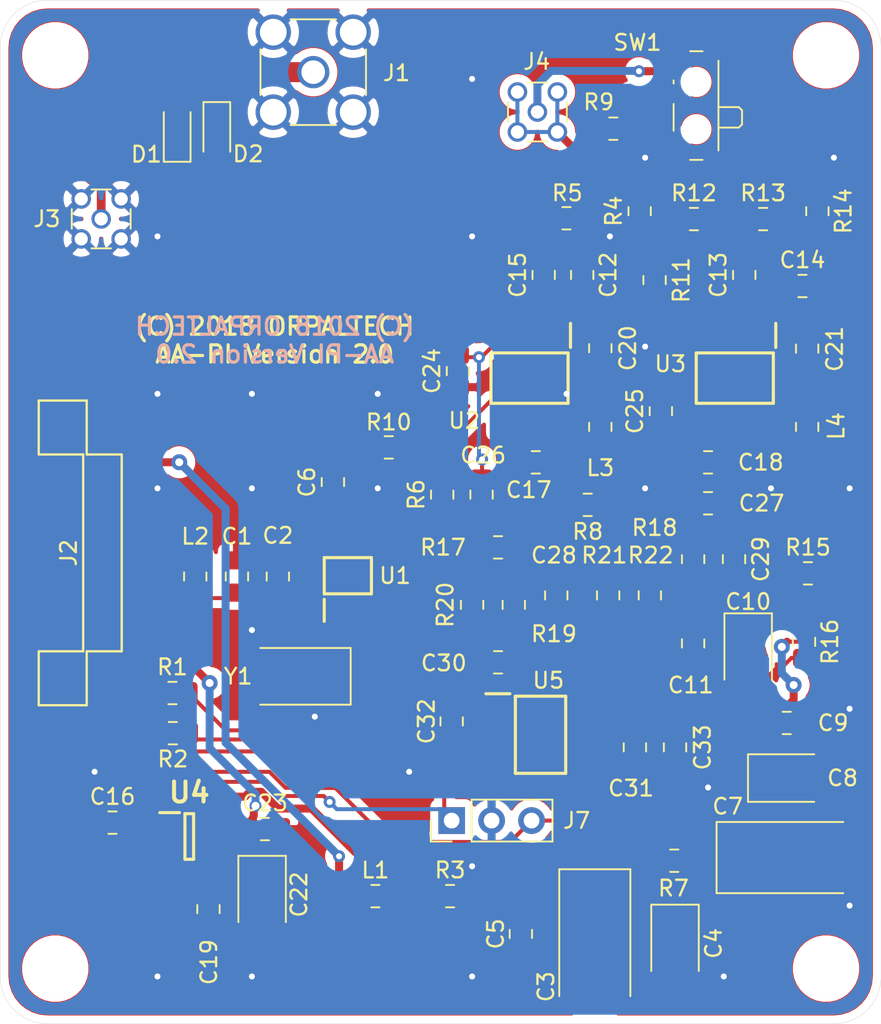
<source format=kicad_pcb>
(kicad_pcb (version 20171130) (host pcbnew 5.0.2-bee76a0~70~ubuntu18.04.1)
  (title_block (title "AA-PI Radio Board") (date 2018-11-28) (rev 2.1) (company ORPALTECH))
  (layers (0 F.Cu signal) (31 B.Cu signal) (34 B.Paste user) (35 F.Paste user) (36 B.SilkS user) (37 F.SilkS user) (38 B.Mask user) (39 F.Mask user) (44 Edge.Cuts user))
  (net 0 "")
  (net 1 GND)
  (net 2 "Net-(C1-Pad1)")
  (net 3 +5V)
  (net 4 +2V5)
  (net 5 VI)
  (net 6 VV)
  (net 7 "Net-(C14-Pad2)")
  (net 8 "Net-(C17-Pad1)")
  (net 9 +3V3)
  (net 10 "Net-(C20-Pad1)")
  (net 11 "Net-(C21-Pad1)")
  (net 12 "Net-(C25-Pad1)")
  (net 13 "Net-(C27-Pad2)")
  (net 14 "Net-(C28-Pad1)")
  (net 15 OUT_VI)
  (net 16 OUT_VV)
  (net 17 "Net-(D1-Pad2)")
  (net 18 I2C_SCL)
  (net 19 I2C_SDA)
  (net 20 "Net-(J2-Pad5)")
  (net 21 "Net-(J2-Pad7)")
  (net 22 "Net-(J4-Pad1)")
  (net 23 "Net-(R10-Pad2)")
  (net 24 "Net-(U1-Pad2)")
  (net 25 "Net-(U1-Pad3)")
  (net 26 "Net-(U1-Pad6)")
  (net 27 "Net-(U2-Pad5)")
  (net 28 "Net-(U2-Pad7)")
  (net 29 "Net-(U3-Pad7)")
  (net 30 "Net-(U3-Pad4)")
  (net 31 "Net-(C19-Pad1)")
  (net 32 "Net-(R6-Pad1)")
  (net 33 "Net-(C6-Pad1)")
  (net 34 "Net-(C18-Pad2)")
  (net 35 "Net-(C13-Pad2)")
  (net 36 "Net-(C12-Pad2)")
  (net 37 "Net-(C15-Pad1)")
  (net 38 "Net-(C24-Pad1)")
  (net 39 "Net-(C30-Pad2)")
  (net 40 "Net-(C30-Pad1)")
  (net 41 "Net-(C31-Pad1)")
  (net 42 "Net-(C31-Pad2)")
  (net 43 "Net-(C29-Pad1)")
  (net 44 "Net-(C26-Pad2)")
  (net 45 "Net-(R12-Pad2)")
  (net 46 "Net-(C17-Pad2)")
  (net 47 "Net-(C6-Pad2)")
  (net 48 "Net-(C3-Pad1)")
  (net 49 "Net-(L1-Pad2)")
  (net 50 /V_IN)
  (net 51 "Net-(R9-Pad1)")
  (net 52 "Net-(R4-Pad2)")
  (net 53 "Net-(J2-Pad6)")
  (module SOT94P279X130-5N (layer F.Cu) (at 112.02 128.11)
    (fp_text reference U4 (at 0 -2.794) (layer F.SilkS) (effects (font (size 1.27 1.27) (thickness 0.254))))
    (fp_text value RT9193-33GB hide)
    (pad 1 smd rect (at -1.25 -0.94 90) (size 0.65 1.25) (layers F.Cu F.Paste F.Mask) (net 3 +5V))
    (pad 2 smd rect (at -1.25 0 90) (size 0.65 1.25) (layers F.Cu F.Paste F.Mask) (net 1 GND))
    (pad 3 smd rect (at -1.25 0.94 90) (size 0.65 1.25) (layers F.Cu F.Paste F.Mask) (net 3 +5V))
    (pad 4 smd rect (at 1.25 0.94 90) (size 0.65 1.25) (layers F.Cu F.Paste F.Mask) (net 31 "Net-(C19-Pad1)"))
    (pad 5 smd rect (at 1.25 -0.94 90) (size 0.65 1.25) (layers F.Cu F.Paste F.Mask) (net 9 +3V3))
  )
  (module AA-PI-Footprints:SW_SPDT_PCM12 (layer F.Cu) (at 144.26 81.69 90)
    (fp_text reference SW1 (at 4 -3.75) (layer F.SilkS))
    (fp_text value HWCAL/WORK)
    (pad "" np_thru_hole circle (at -1.5 0 90) (size 0.9 0.9) (drill 0.9) (layers *.Cu *.Mask))
    (pad "" np_thru_hole circle (at 1.5 0 90) (size 0.9 0.9) (drill 0.9) (layers *.Cu *.Mask))
    (pad 1 smd rect (at -2.25 -1.76 90) (size 0.8 1.6) (layers F.Cu F.Paste F.Mask) (net 51 "Net-(R9-Pad1)"))
    (pad 2 smd rect (at 0.75 -1.76 90) (size 0.8 1.6) (layers F.Cu F.Paste F.Mask) (net 52 "Net-(R4-Pad2)"))
    (pad 3 smd rect (at 2.25 -1.76 90) (size 0.8 1.6) (layers F.Cu F.Paste F.Mask) (net 22 "Net-(J4-Pad1)"))
    (pad "" smd rect (at -3.65 1.1 90) (size 1 0.8) (layers F.Cu F.Paste F.Mask))
    (pad "" smd rect (at 3.65 1.1 90) (size 1 0.8) (layers F.Cu F.Paste F.Mask))
    (pad "" smd rect (at 3.65 -1.11 90) (size 1 0.8) (layers F.Cu F.Paste F.Mask))
    (pad "" smd rect (at -3.65 -1.11 90) (size 1 0.8) (layers F.Cu F.Paste F.Mask))
  )
  (module AA-PI-Footprints:C_0805_2012Metric_Pad1.15x1.40mm_HandSolder (layer F.Cu) (at 113.24 132.72 270)
    (fp_text reference C19 (at 3.37 -0.03 270) (layer F.SilkS))
    (fp_text value 22n hide)
    (pad 2 smd roundrect (at 1.025 0 270) (size 1.15 1.4) (layers F.Cu F.Paste F.Mask) (roundrect_rratio 0.217391) (net 1 GND))
    (pad 1 smd roundrect (at -1.025 0 270) (size 1.15 1.4) (layers F.Cu F.Paste F.Mask) (roundrect_rratio 0.217391) (net 31 "Net-(C19-Pad1)"))
  )
  (module AA-PI-Footprints:C_0805_2012Metric_Pad1.15x1.40mm_HandSolder (layer F.Cu) (at 107.14 127.23)
    (fp_text reference C16 (at 0 -1.65) (layer F.SilkS))
    (fp_text value 4.7u hide)
    (pad 1 smd roundrect (at -1.025 0) (size 1.15 1.4) (layers F.Cu F.Paste F.Mask) (roundrect_rratio 0.217391) (net 1 GND))
    (pad 2 smd roundrect (at 1.025 0) (size 1.15 1.4) (layers F.Cu F.Paste F.Mask) (roundrect_rratio 0.217391) (net 3 +5V))
  )
  (module AA-PI-Footprints:1.25-AB-SMT-10pin-Vertical (layer F.Cu) (at 106.5 110.1 270)
    (fp_text reference J2 (at 0 2.15 270) (layer F.SilkS))
    (fp_text value "MAIN BOARD")
    (pad 1 smd rect (at -5.625 0 270) (size 0.8 2) (layers F.Cu F.Paste F.Mask) (net 50 /V_IN))
    (pad 2 smd rect (at -4.375 0 270) (size 0.8 2) (layers F.Cu F.Paste F.Mask) (net 1 GND))
    (pad 3 smd rect (at -3.125 0 270) (size 0.8 2) (layers F.Cu F.Paste F.Mask) (net 18 I2C_SCL))
    (pad 4 smd rect (at -1.875 0 270) (size 0.8 2) (layers F.Cu F.Paste F.Mask) (net 19 I2C_SDA))
    (pad 5 smd rect (at -0.625 0 270) (size 0.8 2) (layers F.Cu F.Paste F.Mask) (net 20 "Net-(J2-Pad5)"))
    (pad 6 smd rect (at 0.625 0 270) (size 0.8 2) (layers F.Cu F.Paste F.Mask) (net 53 "Net-(J2-Pad6)"))
    (pad 7 smd rect (at 1.875 0 270) (size 0.8 2) (layers F.Cu F.Paste F.Mask) (net 21 "Net-(J2-Pad7)"))
    (pad 8 smd rect (at 3.125 0 270) (size 0.8 2) (layers F.Cu F.Paste F.Mask) (net 16 OUT_VV))
    (pad 9 smd rect (at 4.375 0 270) (size 0.8 2) (layers F.Cu F.Paste F.Mask) (net 15 OUT_VI))
    (pad 10 smd rect (at 5.625 0 270) (size 0.8 2) (layers F.Cu F.Paste F.Mask) (net 1 GND))
    (pad SH smd rect (at -8.125 2.6 270) (size 2.2 2.6) (layers F.Cu F.Paste F.Mask) (net 1 GND))
    (pad SH smd rect (at 8.125 2.6 270) (size 2.2 2.6) (layers F.Cu F.Paste F.Mask) (net 1 GND))
  )
  (module AA-PI-Footprints:D_SOD-323_HandSoldering (layer F.Cu) (at 111.25 83.36 90)
    (fp_text reference D1 (at -1.43 -1.96) (layer F.SilkS))
    (fp_text value 1N4148 hide)
    (pad 1 smd rect (at -1.25 0 90) (size 1 1) (layers F.Cu F.Paste F.Mask) (net 1 GND))
    (pad 2 smd rect (at 1.25 0 90) (size 1 1) (layers F.Cu F.Paste F.Mask) (net 17 "Net-(D1-Pad2)"))
  )
  (module AA-PI-Footprints:R_0805_2012Metric_Pad1.15x1.40mm_HandSolder (layer F.Cu) (at 151.1 115.75 270)
    (fp_text reference R16 (at 0 -1.65 270) (layer F.SilkS))
    (fp_text value 3.3K hide)
    (pad 2 smd roundrect (at 1.025 0 270) (size 1.15 1.4) (layers F.Cu F.Paste F.Mask) (roundrect_rratio 0.217391) (net 1 GND))
    (pad 1 smd roundrect (at -1.025 0 270) (size 1.15 1.4) (layers F.Cu F.Paste F.Mask) (roundrect_rratio 0.217391) (net 4 +2V5))
  )
  (module AA-PI-Footprints:C_0805_2012Metric_Pad1.15x1.40mm_HandSolder (layer F.Cu) (at 150 120.9)
    (fp_text reference C9 (at 2.95 0) (layer F.SilkS))
    (fp_text value 100n hide)
    (pad 1 smd roundrect (at -1.025 0) (size 1.15 1.4) (layers F.Cu F.Paste F.Mask) (roundrect_rratio 0.217391) (net 3 +5V))
    (pad 2 smd roundrect (at 1.025 0) (size 1.15 1.4) (layers F.Cu F.Paste F.Mask) (roundrect_rratio 0.217391) (net 1 GND))
  )
  (module MountingHole:MountingHole_3.2mm_M3_DIN965 (layer F.Cu) (at 152.5 78.5)
    (fp_text reference MH2 hide)
    (fp_text value MountingHole_3.2mm_M3_DIN965 hide)
    (pad 1 np_thru_hole circle (at 0 0) (size 3.2 3.2) (drill 3.2) (layers *.Cu *.Mask))
  )
  (module AA-PI-Footprints:SOIC127P600X175-8N (layer F.Cu) (at 133.65 99 270)
    (fp_text reference U2 (at 2.7 4.15 180) (layer F.SilkS))
    (fp_text value SA612A hide)
    (pad 8 smd rect (at 2.712 -1.905) (size 0.7 1.525) (layers F.Cu F.Paste F.Mask) (net 10 "Net-(C20-Pad1)"))
    (pad 7 smd rect (at 2.712 -0.635) (size 0.7 1.525) (layers F.Cu F.Paste F.Mask) (net 28 "Net-(U2-Pad7)"))
    (pad 6 smd rect (at 2.712 0.635) (size 0.7 1.525) (layers F.Cu F.Paste F.Mask) (net 8 "Net-(C17-Pad1)"))
    (pad 5 smd rect (at 2.712 1.905) (size 0.7 1.525) (layers F.Cu F.Paste F.Mask) (net 27 "Net-(U2-Pad5)"))
    (pad 4 smd rect (at -2.712 1.905) (size 0.7 1.525) (layers F.Cu F.Paste F.Mask) (net 38 "Net-(C24-Pad1)"))
    (pad 3 smd rect (at -2.712 0.635) (size 0.7 1.525) (layers F.Cu F.Paste F.Mask) (net 1 GND))
    (pad 2 smd rect (at -2.712 -0.635) (size 0.7 1.525) (layers F.Cu F.Paste F.Mask) (net 37 "Net-(C15-Pad1)"))
    (pad 1 smd rect (at -2.712 -1.905) (size 0.7 1.525) (layers F.Cu F.Paste F.Mask) (net 36 "Net-(C12-Pad2)"))
  )
  (module AA-PI-Footprints:SOIC127P600X175-8N (layer F.Cu) (at 146.7 99 270)
    (fp_text reference U3 (at -0.9 4.1 180) (layer F.SilkS))
    (fp_text value SA612A hide)
    (pad 8 smd rect (at 2.712 -1.905) (size 0.7 1.525) (layers F.Cu F.Paste F.Mask) (net 11 "Net-(C21-Pad1)"))
    (pad 7 smd rect (at 2.712 -0.635) (size 0.7 1.525) (layers F.Cu F.Paste F.Mask) (net 29 "Net-(U3-Pad7)"))
    (pad 6 smd rect (at 2.712 0.635) (size 0.7 1.525) (layers F.Cu F.Paste F.Mask) (net 34 "Net-(C18-Pad2)"))
    (pad 5 smd rect (at 2.712 1.905) (size 0.7 1.525) (layers F.Cu F.Paste F.Mask) (net 12 "Net-(C25-Pad1)"))
    (pad 4 smd rect (at -2.712 1.905) (size 0.7 1.525) (layers F.Cu F.Paste F.Mask) (net 30 "Net-(U3-Pad4)"))
    (pad 3 smd rect (at -2.712 0.635) (size 0.7 1.525) (layers F.Cu F.Paste F.Mask) (net 1 GND))
    (pad 2 smd rect (at -2.712 -0.635) (size 0.7 1.525) (layers F.Cu F.Paste F.Mask) (net 35 "Net-(C13-Pad2)"))
    (pad 1 smd rect (at -2.712 -1.905) (size 0.7 1.525) (layers F.Cu F.Paste F.Mask) (net 7 "Net-(C14-Pad2)"))
  )
  (module AA-PI-Footprints:SOIC127P600X175-8N (layer F.Cu) (at 134.35 121.65)
    (fp_text reference U5 (at 0.5 -3.45) (layer F.SilkS))
    (fp_text value MC4558 hide)
    (pad 8 smd rect (at 2.712 -1.905 90) (size 0.7 1.525) (layers F.Cu F.Paste F.Mask) (net 3 +5V))
    (pad 7 smd rect (at 2.712 -0.635 90) (size 0.7 1.525) (layers F.Cu F.Paste F.Mask) (net 42 "Net-(C31-Pad2)"))
    (pad 6 smd rect (at 2.712 0.635 90) (size 0.7 1.525) (layers F.Cu F.Paste F.Mask) (net 41 "Net-(C31-Pad1)"))
    (pad 5 smd rect (at 2.712 1.905 90) (size 0.7 1.525) (layers F.Cu F.Paste F.Mask) (net 4 +2V5))
    (pad 4 smd rect (at -2.712 1.905 90) (size 0.7 1.525) (layers F.Cu F.Paste F.Mask) (net 1 GND))
    (pad 3 smd rect (at -2.712 0.635 90) (size 0.7 1.525) (layers F.Cu F.Paste F.Mask) (net 4 +2V5))
    (pad 2 smd rect (at -2.712 -0.635 90) (size 0.7 1.525) (layers F.Cu F.Paste F.Mask) (net 40 "Net-(C30-Pad1)"))
    (pad 1 smd rect (at -2.712 -1.905 90) (size 0.7 1.525) (layers F.Cu F.Paste F.Mask) (net 39 "Net-(C30-Pad2)"))
  )
  (module AA-PI-Footprints:SOP50P490X110-10N (layer F.Cu) (at 122.1 111.55 90)
    (fp_text reference U1 (at 0 3) (layer F.SilkS))
    (fp_text value Si5351A hide)
    (pad 10 smd rect (at 2.2 -1 180) (size 0.3 1.4) (layers F.Cu F.Paste F.Mask) (net 33 "Net-(C6-Pad1)"))
    (pad 9 smd rect (at 2.2 -0.5 180) (size 0.3 1.4) (layers F.Cu F.Paste F.Mask) (net 32 "Net-(R6-Pad1)"))
    (pad 8 smd rect (at 2.2 0 180) (size 0.3 1.4) (layers F.Cu F.Paste F.Mask) (net 1 GND))
    (pad 7 smd rect (at 2.2 0.5 180) (size 0.3 1.4) (layers F.Cu F.Paste F.Mask) (net 2 "Net-(C1-Pad1)"))
    (pad 6 smd rect (at 2.2 1 180) (size 0.3 1.4) (layers F.Cu F.Paste F.Mask) (net 26 "Net-(U1-Pad6)"))
    (pad 5 smd rect (at -2.2 1 180) (size 0.3 1.4) (layers F.Cu F.Paste F.Mask) (net 19 I2C_SDA))
    (pad 4 smd rect (at -2.2 0.5 180) (size 0.3 1.4) (layers F.Cu F.Paste F.Mask) (net 18 I2C_SCL))
    (pad 3 smd rect (at -2.2 0 180) (size 0.3 1.4) (layers F.Cu F.Paste F.Mask) (net 25 "Net-(U1-Pad3)"))
    (pad 2 smd rect (at -2.2 -0.5 180) (size 0.3 1.4) (layers F.Cu F.Paste F.Mask) (net 24 "Net-(U1-Pad2)"))
    (pad 1 smd rect (at -2.2 -1 180) (size 0.3 1.4) (layers F.Cu F.Paste F.Mask) (net 2 "Net-(C1-Pad1)"))
  )
  (module AA-PI-Footprints:MMCX_Molex_73415-1471_Vertical (layer F.Cu) (at 134.15 82.1)
    (fp_text reference J4 (at -0.04 -3.2) (layer F.SilkS))
    (fp_text value INDUCT hide)
    (pad 2 thru_hole circle (at -1.27 1.27) (size 1.24 1.24) (drill 0.84) (layers *.Cu *.Mask) (net 5 VI))
    (pad 2 thru_hole circle (at 1.27 -1.27) (size 1.24 1.24) (drill 0.84) (layers *.Cu *.Mask) (net 5 VI))
    (pad 2 thru_hole circle (at 1.27 1.27) (size 1.24 1.24) (drill 0.84) (layers *.Cu *.Mask) (net 5 VI))
    (pad 2 thru_hole circle (at -1.27 -1.27) (size 1.24 1.24) (drill 0.84) (layers *.Cu *.Mask) (net 5 VI))
    (pad 1 thru_hole circle (at 0 0) (size 1.24 1.24) (drill 0.84) (layers *.Cu *.Mask) (net 22 "Net-(J4-Pad1)"))
  )
  (module AA-PI-Footprints:MMCX_Molex_73415-1471_Vertical (layer F.Cu) (at 106.42 88.89)
    (fp_text reference J3 (at -3.45 0) (layer F.SilkS))
    (fp_text value INDUCT hide)
    (pad 1 thru_hole circle (at 0 0) (size 1.24 1.24) (drill 0.84) (layers *.Cu *.Mask) (net 17 "Net-(D1-Pad2)"))
    (pad 2 thru_hole circle (at -1.27 -1.27) (size 1.24 1.24) (drill 0.84) (layers *.Cu *.Mask) (net 1 GND))
    (pad 2 thru_hole circle (at 1.27 1.27) (size 1.24 1.24) (drill 0.84) (layers *.Cu *.Mask) (net 1 GND))
    (pad 2 thru_hole circle (at 1.27 -1.27) (size 1.24 1.24) (drill 0.84) (layers *.Cu *.Mask) (net 1 GND))
    (pad 2 thru_hole circle (at -1.27 1.27) (size 1.24 1.24) (drill 0.84) (layers *.Cu *.Mask) (net 1 GND))
  )
  (module MountingHole:MountingHole_3.2mm_M3_DIN965 (layer F.Cu) (at 152.5 136.5)
    (fp_text reference MH4 hide)
    (fp_text value MountingHole_3.2mm_M3_DIN965 hide)
    (pad 1 np_thru_hole circle (at 0 0) (size 3.2 3.2) (drill 3.2) (layers *.Cu *.Mask))
  )
  (module MountingHole:MountingHole_3.2mm_M3_DIN965 (layer F.Cu) (at 103.5 136.5)
    (fp_text reference MH3 hide)
    (fp_text value MountingHole_3.2mm_M3_DIN965 hide)
    (pad 1 np_thru_hole circle (at 0 0) (size 3.2 3.2) (drill 3.2) (layers *.Cu *.Mask))
  )
  (module AA-PI-Footprints:C_0805_2012Metric_Pad1.15x1.40mm_HandSolder (layer F.Cu) (at 142.9 122.45 270)
    (fp_text reference C33 (at 0 -1.75 270) (layer F.SilkS))
    (fp_text value 10u hide)
    (pad 2 smd roundrect (at 1.025 0 270) (size 1.15 1.4) (layers F.Cu F.Paste F.Mask) (roundrect_rratio 0.217391) (net 16 OUT_VV))
    (pad 1 smd roundrect (at -1.025 0 270) (size 1.15 1.4) (layers F.Cu F.Paste F.Mask) (roundrect_rratio 0.217391) (net 42 "Net-(C31-Pad2)"))
  )
  (module AA-PI-Footprints:C_0805_2012Metric_Pad1.15x1.40mm_HandSolder (layer F.Cu) (at 128.7 120.8 270)
    (fp_text reference C32 (at 0 1.6 270) (layer F.SilkS))
    (fp_text value 10u hide)
    (pad 1 smd roundrect (at -1.025 0 270) (size 1.15 1.4) (layers F.Cu F.Paste F.Mask) (roundrect_rratio 0.217391) (net 39 "Net-(C30-Pad2)"))
    (pad 2 smd roundrect (at 1.025 0 270) (size 1.15 1.4) (layers F.Cu F.Paste F.Mask) (roundrect_rratio 0.217391) (net 15 OUT_VI))
  )
  (module AA-PI-Footprints:CP_EIA-3528-21_Kemet-B (layer F.Cu) (at 116.65 131.8 270)
    (fp_text reference C22 (at 0 -2.35 270) (layer F.SilkS))
    (fp_text value 10u hide)
    (pad 1 smd roundrect (at -1.5375 0 270) (size 1.325 2.35) (layers F.Cu F.Paste F.Mask) (roundrect_rratio 0.188679) (net 9 +3V3))
    (pad 2 smd roundrect (at 1.5375 0 270) (size 1.325 2.35) (layers F.Cu F.Paste F.Mask) (roundrect_rratio 0.188679) (net 1 GND))
  )
  (module AA-PI-Footprints:CP_EIA-3528-21_Kemet-B (layer F.Cu) (at 150 124.4)
    (fp_text reference C8 (at 3.55 0) (layer F.SilkS))
    (fp_text value 22u hide)
    (pad 1 smd roundrect (at -1.5375 0) (size 1.325 2.35) (layers F.Cu F.Paste F.Mask) (roundrect_rratio 0.188679) (net 3 +5V))
    (pad 2 smd roundrect (at 1.5375 0) (size 1.325 2.35) (layers F.Cu F.Paste F.Mask) (roundrect_rratio 0.188679) (net 1 GND))
  )
  (module AA-PI-Footprints:CP_EIA-3528-21_Kemet-B (layer F.Cu) (at 142.9 134.9 270)
    (fp_text reference C4 (at 0 -2.45 270) (layer F.SilkS))
    (fp_text value 47u hide)
    (pad 2 smd roundrect (at 1.5375 0 270) (size 1.325 2.35) (layers F.Cu F.Paste F.Mask) (roundrect_rratio 0.188679) (net 1 GND))
    (pad 1 smd roundrect (at -1.5375 0 270) (size 1.325 2.35) (layers F.Cu F.Paste F.Mask) (roundrect_rratio 0.188679) (net 48 "Net-(C3-Pad1)"))
  )
  (module AA-PI-Footprints:CP_EIA-3528-21_Kemet-B (layer F.Cu) (at 147.55 116.4 270)
    (fp_text reference C10 (at -3.2 0 180) (layer F.SilkS))
    (fp_text value 10u hide)
    (pad 1 smd roundrect (at -1.5375 0 270) (size 1.325 2.35) (layers F.Cu F.Paste F.Mask) (roundrect_rratio 0.188679) (net 4 +2V5))
    (pad 2 smd roundrect (at 1.5375 0 270) (size 1.325 2.35) (layers F.Cu F.Paste F.Mask) (roundrect_rratio 0.188679) (net 1 GND))
  )
  (module AA-PI-Footprints:CP_EIA-7343-31_Kemet-D (layer F.Cu) (at 149.95 129.45)
    (fp_text reference C7 (at -3.7 -3.25) (layer F.SilkS))
    (fp_text value 100u hide)
    (pad 1 smd roundrect (at -3.1125 0) (size 2.075 2.55) (layers F.Cu F.Paste F.Mask) (roundrect_rratio 0.120482) (net 3 +5V))
    (pad 2 smd roundrect (at 3.1125 0) (size 2.075 2.55) (layers F.Cu F.Paste F.Mask) (roundrect_rratio 0.120482) (net 1 GND))
  )
  (module AA-PI-Footprints:C_0805_2012Metric_Pad1.15x1.40mm_HandSolder (layer F.Cu) (at 147.3 92.45 270)
    (fp_text reference C13 (at 0 1.65 270) (layer F.SilkS))
    (fp_text value 100n hide)
    (pad 2 smd roundrect (at 1.025 0 270) (size 1.15 1.4) (layers F.Cu F.Paste F.Mask) (roundrect_rratio 0.217391) (net 35 "Net-(C13-Pad2)"))
    (pad 1 smd roundrect (at -1.025 0 270) (size 1.15 1.4) (layers F.Cu F.Paste F.Mask) (roundrect_rratio 0.217391) (net 6 VV))
  )
  (module AA-PI-Footprints:C_0805_2012Metric_Pad1.15x1.40mm_HandSolder (layer F.Cu) (at 133.1 134.3 270)
    (fp_text reference C5 (at 0 1.6 270) (layer F.SilkS))
    (fp_text value 100n hide)
    (pad 1 smd roundrect (at -1.025 0 270) (size 1.15 1.4) (layers F.Cu F.Paste F.Mask) (roundrect_rratio 0.217391) (net 48 "Net-(C3-Pad1)"))
    (pad 2 smd roundrect (at 1.025 0 270) (size 1.15 1.4) (layers F.Cu F.Paste F.Mask) (roundrect_rratio 0.217391) (net 1 GND))
  )
  (module AA-PI-Footprints:C_0805_2012Metric_Pad1.15x1.40mm_HandSolder (layer F.Cu) (at 146.65 110.5 270)
    (fp_text reference C29 (at 0 -1.7 270) (layer F.SilkS))
    (fp_text value 1n hide)
    (pad 1 smd roundrect (at -1.025 0 270) (size 1.15 1.4) (layers F.Cu F.Paste F.Mask) (roundrect_rratio 0.217391) (net 43 "Net-(C29-Pad1)"))
    (pad 2 smd roundrect (at 1.025 0 270) (size 1.15 1.4) (layers F.Cu F.Paste F.Mask) (roundrect_rratio 0.217391) (net 4 +2V5))
  )
  (module AA-PI-Footprints:C_0805_2012Metric_Pad1.15x1.40mm_HandSolder (layer F.Cu) (at 131.65 117.05 180)
    (fp_text reference C30 (at 3.45 -0.05 180) (layer F.SilkS))
    (fp_text value 82p hide)
    (pad 2 smd roundrect (at 1.025 0 180) (size 1.15 1.4) (layers F.Cu F.Paste F.Mask) (roundrect_rratio 0.217391) (net 39 "Net-(C30-Pad2)"))
    (pad 1 smd roundrect (at -1.025 0 180) (size 1.15 1.4) (layers F.Cu F.Paste F.Mask) (roundrect_rratio 0.217391) (net 40 "Net-(C30-Pad1)"))
  )
  (module AA-PI-Footprints:C_0805_2012Metric_Pad1.15x1.40mm_HandSolder (layer F.Cu) (at 140.35 122.45 90)
    (fp_text reference C31 (at -2.6 -0.25) (layer F.SilkS))
    (fp_text value 82p hide)
    (pad 1 smd roundrect (at -1.025 0 90) (size 1.15 1.4) (layers F.Cu F.Paste F.Mask) (roundrect_rratio 0.217391) (net 41 "Net-(C31-Pad1)"))
    (pad 2 smd roundrect (at 1.025 0 90) (size 1.15 1.4) (layers F.Cu F.Paste F.Mask) (roundrect_rratio 0.217391) (net 42 "Net-(C31-Pad2)"))
  )
  (module AA-PI-Footprints:L_0805_2012Metric_Pad1.15x1.40mm_HandSolder (layer F.Cu) (at 151.3 102.1 90)
    (fp_text reference L4 (at 0.05 1.85 90) (layer F.SilkS))
    (fp_text value 0.5 hide)
    (pad 1 smd roundrect (at -1.025 0 90) (size 1.15 1.4) (layers F.Cu F.Paste F.Mask) (roundrect_rratio 0.217391) (net 3 +5V))
    (pad 2 smd roundrect (at 1.025 0 90) (size 1.15 1.4) (layers F.Cu F.Paste F.Mask) (roundrect_rratio 0.217391) (net 11 "Net-(C21-Pad1)"))
  )
  (module AA-PI-Footprints:R_0805_2012Metric_Pad1.15x1.40mm_HandSolder (layer F.Cu) (at 138.65 112.8 270)
    (fp_text reference R21 (at -2.55 0.25 180) (layer F.SilkS))
    (fp_text value 12K hide)
    (pad 2 smd roundrect (at 1.025 0 270) (size 1.15 1.4) (layers F.Cu F.Paste F.Mask) (roundrect_rratio 0.217391) (net 41 "Net-(C31-Pad1)"))
    (pad 1 smd roundrect (at -1.025 0 270) (size 1.15 1.4) (layers F.Cu F.Paste F.Mask) (roundrect_rratio 0.217391) (net 43 "Net-(C29-Pad1)"))
  )
  (module AA-PI-Footprints:R_0805_2012Metric_Pad1.15x1.40mm_HandSolder (layer F.Cu) (at 141.3 112.8 270)
    (fp_text reference R22 (at -2.55 -0.05) (layer F.SilkS))
    (fp_text value 75K hide)
    (pad 1 smd roundrect (at -1.025 0 270) (size 1.15 1.4) (layers F.Cu F.Paste F.Mask) (roundrect_rratio 0.217391) (net 43 "Net-(C29-Pad1)"))
    (pad 2 smd roundrect (at 1.025 0 270) (size 1.15 1.4) (layers F.Cu F.Paste F.Mask) (roundrect_rratio 0.217391) (net 42 "Net-(C31-Pad2)"))
  )
  (module AA-PI-Footprints:C_0805_2012Metric_Pad1.15x1.40mm_HandSolder (layer F.Cu) (at 115.05 111.6 90)
    (fp_text reference C1 (at 2.55 0) (layer F.SilkS))
    (fp_text value 100p hide)
    (pad 2 smd roundrect (at 1.025 0 90) (size 1.15 1.4) (layers F.Cu F.Paste F.Mask) (roundrect_rratio 0.217391) (net 1 GND))
    (pad 1 smd roundrect (at -1.025 0 90) (size 1.15 1.4) (layers F.Cu F.Paste F.Mask) (roundrect_rratio 0.217391) (net 2 "Net-(C1-Pad1)"))
  )
  (module AA-PI-Footprints:C_0805_2012Metric_Pad1.15x1.40mm_HandSolder (layer F.Cu) (at 117.65 111.6 90)
    (fp_text reference C2 (at 2.6 0) (layer F.SilkS))
    (fp_text value 100n hide)
    (pad 2 smd roundrect (at 1.025 0 90) (size 1.15 1.4) (layers F.Cu F.Paste F.Mask) (roundrect_rratio 0.217391) (net 1 GND))
    (pad 1 smd roundrect (at -1.025 0 90) (size 1.15 1.4) (layers F.Cu F.Paste F.Mask) (roundrect_rratio 0.217391) (net 2 "Net-(C1-Pad1)"))
  )
  (module AA-PI-Footprints:CP_EIA-7343-31_Kemet-D (layer F.Cu) (at 137.8 134.6 270)
    (fp_text reference C3 (at 3.05 3.1 270) (layer F.SilkS))
    (fp_text value 100u hide)
    (pad 1 smd roundrect (at -3.1125 0 270) (size 2.075 2.55) (layers F.Cu F.Paste F.Mask) (roundrect_rratio 0.120482) (net 48 "Net-(C3-Pad1)"))
    (pad 2 smd roundrect (at 3.1125 0 270) (size 2.075 2.55) (layers F.Cu F.Paste F.Mask) (roundrect_rratio 0.120482) (net 1 GND))
  )
  (module AA-PI-Footprints:C_0805_2012Metric_Pad1.15x1.40mm_HandSolder (layer F.Cu) (at 121.15 105.6 90)
    (fp_text reference C6 (at 0 -1.65 90) (layer F.SilkS))
    (fp_text value 100n hide)
    (pad 2 smd roundrect (at 1.025 0 90) (size 1.15 1.4) (layers F.Cu F.Paste F.Mask) (roundrect_rratio 0.217391) (net 47 "Net-(C6-Pad2)"))
    (pad 1 smd roundrect (at -1.025 0 90) (size 1.15 1.4) (layers F.Cu F.Paste F.Mask) (roundrect_rratio 0.217391) (net 33 "Net-(C6-Pad1)"))
  )
  (module AA-PI-Footprints:C_0805_2012Metric_Pad1.15x1.40mm_HandSolder (layer F.Cu) (at 144.05 115.85 270)
    (fp_text reference C11 (at 2.65 0.15 180) (layer F.SilkS))
    (fp_text value 100n hide)
    (pad 1 smd roundrect (at -1.025 0 270) (size 1.15 1.4) (layers F.Cu F.Paste F.Mask) (roundrect_rratio 0.217391) (net 4 +2V5))
    (pad 2 smd roundrect (at 1.025 0 270) (size 1.15 1.4) (layers F.Cu F.Paste F.Mask) (roundrect_rratio 0.217391) (net 1 GND))
  )
  (module AA-PI-Footprints:C_0805_2012Metric_Pad1.15x1.40mm_HandSolder (layer F.Cu) (at 137 92.45 270)
    (fp_text reference C12 (at 0 -1.65 270) (layer F.SilkS))
    (fp_text value 100n hide)
    (pad 2 smd roundrect (at 1.025 0 270) (size 1.15 1.4) (layers F.Cu F.Paste F.Mask) (roundrect_rratio 0.217391) (net 36 "Net-(C12-Pad2)"))
    (pad 1 smd roundrect (at -1.025 0 270) (size 1.15 1.4) (layers F.Cu F.Paste F.Mask) (roundrect_rratio 0.217391) (net 5 VI))
  )
  (module AA-PI-Footprints:C_0805_2012Metric_Pad1.15x1.40mm_HandSolder (layer F.Cu) (at 151 93.15 180)
    (fp_text reference C14 (at 0 1.65 180) (layer F.SilkS))
    (fp_text value 100n hide)
    (pad 2 smd roundrect (at 1.025 0 180) (size 1.15 1.4) (layers F.Cu F.Paste F.Mask) (roundrect_rratio 0.217391) (net 7 "Net-(C14-Pad2)"))
    (pad 1 smd roundrect (at -1.025 0 180) (size 1.15 1.4) (layers F.Cu F.Paste F.Mask) (roundrect_rratio 0.217391) (net 1 GND))
  )
  (module AA-PI-Footprints:C_0805_2012Metric_Pad1.15x1.40mm_HandSolder (layer F.Cu) (at 134.55 92.45 90)
    (fp_text reference C15 (at 0 -1.65 90) (layer F.SilkS))
    (fp_text value 100n hide)
    (pad 1 smd roundrect (at -1.025 0 90) (size 1.15 1.4) (layers F.Cu F.Paste F.Mask) (roundrect_rratio 0.217391) (net 37 "Net-(C15-Pad1)"))
    (pad 2 smd roundrect (at 1.025 0 90) (size 1.15 1.4) (layers F.Cu F.Paste F.Mask) (roundrect_rratio 0.217391) (net 1 GND))
  )
  (module AA-PI-Footprints:C_0805_2012Metric_Pad1.15x1.40mm_HandSolder (layer F.Cu) (at 134.05 104.35)
    (fp_text reference C17 (at -0.45 1.75) (layer F.SilkS))
    (fp_text value 10n hide)
    (pad 2 smd roundrect (at 1.025 0) (size 1.15 1.4) (layers F.Cu F.Paste F.Mask) (roundrect_rratio 0.217391) (net 46 "Net-(C17-Pad2)"))
    (pad 1 smd roundrect (at -1.025 0) (size 1.15 1.4) (layers F.Cu F.Paste F.Mask) (roundrect_rratio 0.217391) (net 8 "Net-(C17-Pad1)"))
  )
  (module AA-PI-Footprints:C_0805_2012Metric_Pad1.15x1.40mm_HandSolder (layer F.Cu) (at 145 104.35)
    (fp_text reference C18 (at 3.35 0) (layer F.SilkS))
    (fp_text value 10n hide)
    (pad 2 smd roundrect (at 1.025 0) (size 1.15 1.4) (layers F.Cu F.Paste F.Mask) (roundrect_rratio 0.217391) (net 34 "Net-(C18-Pad2)"))
    (pad 1 smd roundrect (at -1.025 0) (size 1.15 1.4) (layers F.Cu F.Paste F.Mask) (roundrect_rratio 0.217391) (net 46 "Net-(C17-Pad2)"))
  )
  (module AA-PI-Footprints:C_0805_2012Metric_Pad1.15x1.40mm_HandSolder (layer F.Cu) (at 138.15 97.1 90)
    (fp_text reference C20 (at 0 1.75 90) (layer F.SilkS))
    (fp_text value 100n hide)
    (pad 1 smd roundrect (at -1.025 0 90) (size 1.15 1.4) (layers F.Cu F.Paste F.Mask) (roundrect_rratio 0.217391) (net 10 "Net-(C20-Pad1)"))
    (pad 2 smd roundrect (at 1.025 0 90) (size 1.15 1.4) (layers F.Cu F.Paste F.Mask) (roundrect_rratio 0.217391) (net 1 GND))
  )
  (module AA-PI-Footprints:C_0805_2012Metric_Pad1.15x1.40mm_HandSolder (layer F.Cu) (at 151.3 97.125 90)
    (fp_text reference C21 (at -0.025 1.75 90) (layer F.SilkS))
    (fp_text value 100n hide)
    (pad 2 smd roundrect (at 1.025 0 90) (size 1.15 1.4) (layers F.Cu F.Paste F.Mask) (roundrect_rratio 0.217391) (net 1 GND))
    (pad 1 smd roundrect (at -1.025 0 90) (size 1.15 1.4) (layers F.Cu F.Paste F.Mask) (roundrect_rratio 0.217391) (net 11 "Net-(C21-Pad1)"))
  )
  (module AA-PI-Footprints:C_0805_2012Metric_Pad1.15x1.40mm_HandSolder (layer F.Cu) (at 116.83 127.64)
    (fp_text reference C23 (at 0 -1.65) (layer F.SilkS))
    (fp_text value 100n hide)
    (pad 1 smd roundrect (at -1.025 0) (size 1.15 1.4) (layers F.Cu F.Paste F.Mask) (roundrect_rratio 0.217391) (net 9 +3V3))
    (pad 2 smd roundrect (at 1.025 0) (size 1.15 1.4) (layers F.Cu F.Paste F.Mask) (roundrect_rratio 0.217391) (net 1 GND))
  )
  (module AA-PI-Footprints:C_0805_2012Metric_Pad1.15x1.40mm_HandSolder (layer F.Cu) (at 129.1 98.55 270)
    (fp_text reference C24 (at 0 1.65 270) (layer F.SilkS))
    (fp_text value 300p hide)
    (pad 1 smd roundrect (at -1.025 0 270) (size 1.15 1.4) (layers F.Cu F.Paste F.Mask) (roundrect_rratio 0.217391) (net 38 "Net-(C24-Pad1)"))
    (pad 2 smd roundrect (at 1.025 0 270) (size 1.15 1.4) (layers F.Cu F.Paste F.Mask) (roundrect_rratio 0.217391) (net 1 GND))
  )
  (module AA-PI-Footprints:C_0805_2012Metric_Pad1.15x1.40mm_HandSolder (layer F.Cu) (at 142 101.1 90)
    (fp_text reference C25 (at 0 -1.65 90) (layer F.SilkS))
    (fp_text value 300p hide)
    (pad 2 smd roundrect (at 1.025 0 90) (size 1.15 1.4) (layers F.Cu F.Paste F.Mask) (roundrect_rratio 0.217391) (net 1 GND))
    (pad 1 smd roundrect (at -1.025 0 90) (size 1.15 1.4) (layers F.Cu F.Paste F.Mask) (roundrect_rratio 0.217391) (net 12 "Net-(C25-Pad1)"))
  )
  (module AA-PI-Footprints:C_0805_2012Metric_Pad1.15x1.40mm_HandSolder (layer F.Cu) (at 130.6 106.4 270)
    (fp_text reference C26 (at -2.5 -0.1 180) (layer F.SilkS))
    (fp_text value 100n hide)
    (pad 2 smd roundrect (at 1.025 0 270) (size 1.15 1.4) (layers F.Cu F.Paste F.Mask) (roundrect_rratio 0.217391) (net 44 "Net-(C26-Pad2)"))
    (pad 1 smd roundrect (at -1.025 0 270) (size 1.15 1.4) (layers F.Cu F.Paste F.Mask) (roundrect_rratio 0.217391) (net 38 "Net-(C24-Pad1)"))
  )
  (module AA-PI-Footprints:C_0805_2012Metric_Pad1.15x1.40mm_HandSolder (layer F.Cu) (at 145 106.95 180)
    (fp_text reference C27 (at -3.4 0 180) (layer F.SilkS))
    (fp_text value 100n hide)
    (pad 1 smd roundrect (at -1.025 0 180) (size 1.15 1.4) (layers F.Cu F.Paste F.Mask) (roundrect_rratio 0.217391) (net 12 "Net-(C25-Pad1)"))
    (pad 2 smd roundrect (at 1.025 0 180) (size 1.15 1.4) (layers F.Cu F.Paste F.Mask) (roundrect_rratio 0.217391) (net 13 "Net-(C27-Pad2)"))
  )
  (module AA-PI-Footprints:C_0805_2012Metric_Pad1.15x1.40mm_HandSolder (layer F.Cu) (at 135.35 112.8 270)
    (fp_text reference C28 (at -2.55 0.15 180) (layer F.SilkS))
    (fp_text value 1n hide)
    (pad 1 smd roundrect (at -1.025 0 270) (size 1.15 1.4) (layers F.Cu F.Paste F.Mask) (roundrect_rratio 0.217391) (net 14 "Net-(C28-Pad1)"))
    (pad 2 smd roundrect (at 1.025 0 270) (size 1.15 1.4) (layers F.Cu F.Paste F.Mask) (roundrect_rratio 0.217391) (net 4 +2V5))
  )
  (module AA-PI-Footprints:D_SOD-323_HandSoldering (layer F.Cu) (at 113.77 83.37 270)
    (fp_text reference D2 (at 1.4 -1.99 180) (layer F.SilkS))
    (fp_text value 1N4148 hide)
    (pad 2 smd rect (at 1.25 0 270) (size 1 1) (layers F.Cu F.Paste F.Mask) (net 1 GND))
    (pad 1 smd rect (at -1.25 0 270) (size 1 1) (layers F.Cu F.Paste F.Mask) (net 17 "Net-(D1-Pad2)"))
  )
  (module AA-PI-Footprints:SMA_Amphenol_901-144_Vertical (layer F.Cu) (at 119.9 79.57)
    (fp_text reference J1 (at 5.3 0.05) (layer F.SilkS))
    (fp_text value ANT-IN)
    (pad 1 thru_hole circle (at 0 0) (size 2.05 2.05) (drill 1.5) (layers *.Cu *.Mask) (net 17 "Net-(D1-Pad2)"))
    (pad 2 thru_hole circle (at 2.54 2.54) (size 2.25 2.25) (drill 1.7) (layers *.Cu *.Mask) (net 1 GND))
    (pad 2 thru_hole circle (at 2.54 -2.54) (size 2.25 2.25) (drill 1.7) (layers *.Cu *.Mask) (net 1 GND))
    (pad 2 thru_hole circle (at -2.54 -2.54) (size 2.25 2.25) (drill 1.7) (layers *.Cu *.Mask) (net 1 GND))
    (pad 2 thru_hole circle (at -2.54 2.54) (size 2.25 2.25) (drill 1.7) (layers *.Cu *.Mask) (net 1 GND))
  )
  (module AA-PI-Footprints:PinHeader_1x03_P2.54mm_Vertical (layer F.Cu) (at 128.7 127.1 90)
    (fp_text reference J7 (at 0 7.95) (layer F.SilkS))
    (fp_text value "V/I OUT" hide)
    (pad 1 thru_hole rect (at 0 0 90) (size 1.7 1.7) (drill 1) (layers *.Cu *.Mask) (net 15 OUT_VI))
    (pad 2 thru_hole oval (at 0 2.54 90) (size 1.7 1.7) (drill 1) (layers *.Cu *.Mask) (net 1 GND))
    (pad 3 thru_hole oval (at 0 5.08 90) (size 1.7 1.7) (drill 1) (layers *.Cu *.Mask) (net 16 OUT_VV))
  )
  (module AA-PI-Footprints:L_0805_2012Metric_Pad1.15x1.40mm_HandSolder (layer F.Cu) (at 123.85 131.9)
    (fp_text reference L1 (at 0 -1.65) (layer F.SilkS))
    (fp_text value 0.5 hide)
    (pad 1 smd roundrect (at -1.025 0) (size 1.15 1.4) (layers F.Cu F.Paste F.Mask) (roundrect_rratio 0.217391) (net 50 /V_IN))
    (pad 2 smd roundrect (at 1.025 0) (size 1.15 1.4) (layers F.Cu F.Paste F.Mask) (roundrect_rratio 0.217391) (net 49 "Net-(L1-Pad2)"))
  )
  (module AA-PI-Footprints:L_0805_2012Metric_Pad1.15x1.40mm_HandSolder (layer F.Cu) (at 112.4 111.6 270)
    (fp_text reference L2 (at -2.55 0 180) (layer F.SilkS))
    (fp_text value 0.5 hide)
    (pad 1 smd roundrect (at -1.025 0 270) (size 1.15 1.4) (layers F.Cu F.Paste F.Mask) (roundrect_rratio 0.217391) (net 9 +3V3))
    (pad 2 smd roundrect (at 1.025 0 270) (size 1.15 1.4) (layers F.Cu F.Paste F.Mask) (roundrect_rratio 0.217391) (net 2 "Net-(C1-Pad1)"))
  )
  (module AA-PI-Footprints:L_0805_2012Metric_Pad1.15x1.40mm_HandSolder (layer F.Cu) (at 138.15 102.1 90)
    (fp_text reference L3 (at -2.6 0) (layer F.SilkS))
    (fp_text value 0.5 hide)
    (pad 2 smd roundrect (at 1.025 0 90) (size 1.15 1.4) (layers F.Cu F.Paste F.Mask) (roundrect_rratio 0.217391) (net 10 "Net-(C20-Pad1)"))
    (pad 1 smd roundrect (at -1.025 0 90) (size 1.15 1.4) (layers F.Cu F.Paste F.Mask) (roundrect_rratio 0.217391) (net 3 +5V))
  )
  (module AA-PI-Footprints:R_0805_2012Metric_Pad1.15x1.40mm_HandSolder (layer F.Cu) (at 110.95 119 180)
    (fp_text reference R1 (at 0 1.65 180) (layer F.SilkS))
    (fp_text value 10K hide)
    (pad 2 smd roundrect (at 1.025 0 180) (size 1.15 1.4) (layers F.Cu F.Paste F.Mask) (roundrect_rratio 0.217391) (net 2 "Net-(C1-Pad1)"))
    (pad 1 smd roundrect (at -1.025 0 180) (size 1.15 1.4) (layers F.Cu F.Paste F.Mask) (roundrect_rratio 0.217391) (net 18 I2C_SCL))
  )
  (module AA-PI-Footprints:R_0805_2012Metric_Pad1.15x1.40mm_HandSolder (layer F.Cu) (at 110.975 121.55 180)
    (fp_text reference R2 (at 0 -1.65 180) (layer F.SilkS))
    (fp_text value 10K hide)
    (pad 1 smd roundrect (at -1.025 0 180) (size 1.15 1.4) (layers F.Cu F.Paste F.Mask) (roundrect_rratio 0.217391) (net 19 I2C_SDA))
    (pad 2 smd roundrect (at 1.025 0 180) (size 1.15 1.4) (layers F.Cu F.Paste F.Mask) (roundrect_rratio 0.217391) (net 2 "Net-(C1-Pad1)"))
  )
  (module AA-PI-Footprints:R_0805_2012Metric_Pad1.15x1.40mm_HandSolder (layer F.Cu) (at 128.6 131.9)
    (fp_text reference R3 (at 0 -1.65) (layer F.SilkS))
    (fp_text value 12 hide)
    (pad 1 smd roundrect (at -1.025 0) (size 1.15 1.4) (layers F.Cu F.Paste F.Mask) (roundrect_rratio 0.217391) (net 49 "Net-(L1-Pad2)"))
    (pad 2 smd roundrect (at 1.025 0) (size 1.15 1.4) (layers F.Cu F.Paste F.Mask) (roundrect_rratio 0.217391) (net 48 "Net-(C3-Pad1)"))
  )
  (module AA-PI-Footprints:R_0805_2012Metric_Pad1.15x1.40mm_HandSolder (layer F.Cu) (at 140.65 88.4 90)
    (fp_text reference R4 (at 0 -1.65 90) (layer F.SilkS))
    (fp_text value 200 hide)
    (pad 1 smd roundrect (at -1.025 0 90) (size 1.15 1.4) (layers F.Cu F.Paste F.Mask) (roundrect_rratio 0.217391) (net 23 "Net-(R10-Pad2)"))
    (pad 2 smd roundrect (at 1.025 0 90) (size 1.15 1.4) (layers F.Cu F.Paste F.Mask) (roundrect_rratio 0.217391) (net 52 "Net-(R4-Pad2)"))
  )
  (module AA-PI-Footprints:R_0805_2012Metric_Pad1.15x1.40mm_HandSolder (layer F.Cu) (at 136 88.85 180)
    (fp_text reference R5 (at -0.05 1.6 180) (layer F.SilkS))
    (fp_text value 5.1 hide)
    (pad 2 smd roundrect (at 1.025 0 180) (size 1.15 1.4) (layers F.Cu F.Paste F.Mask) (roundrect_rratio 0.217391) (net 1 GND))
    (pad 1 smd roundrect (at -1.025 0 180) (size 1.15 1.4) (layers F.Cu F.Paste F.Mask) (roundrect_rratio 0.217391) (net 5 VI))
  )
  (module AA-PI-Footprints:R_0805_2012Metric_Pad1.15x1.40mm_HandSolder (layer F.Cu) (at 128.1 106.4 270)
    (fp_text reference R6 (at 0 1.65 270) (layer F.SilkS))
    (fp_text value 1.5K hide)
    (pad 1 smd roundrect (at -1.025 0 270) (size 1.15 1.4) (layers F.Cu F.Paste F.Mask) (roundrect_rratio 0.217391) (net 32 "Net-(R6-Pad1)"))
    (pad 2 smd roundrect (at 1.025 0 270) (size 1.15 1.4) (layers F.Cu F.Paste F.Mask) (roundrect_rratio 0.217391) (net 46 "Net-(C17-Pad2)"))
  )
  (module AA-PI-Footprints:R_0805_2012Metric_Pad1.15x1.40mm_HandSolder (layer F.Cu) (at 142.85 129.65)
    (fp_text reference R7 (at -0.05 1.75) (layer F.SilkS))
    (fp_text value 10 hide)
    (pad 2 smd roundrect (at 1.025 0) (size 1.15 1.4) (layers F.Cu F.Paste F.Mask) (roundrect_rratio 0.217391) (net 3 +5V))
    (pad 1 smd roundrect (at -1.025 0) (size 1.15 1.4) (layers F.Cu F.Paste F.Mask) (roundrect_rratio 0.217391) (net 48 "Net-(C3-Pad1)"))
  )
  (module AA-PI-Footprints:R_0805_2012Metric_Pad1.15x1.40mm_HandSolder (layer F.Cu) (at 137.35 107.05)
    (fp_text reference R8 (at 0 1.7) (layer F.SilkS))
    (fp_text value 51 hide)
    (pad 1 smd roundrect (at -1.025 0) (size 1.15 1.4) (layers F.Cu F.Paste F.Mask) (roundrect_rratio 0.217391) (net 46 "Net-(C17-Pad2)"))
    (pad 2 smd roundrect (at 1.025 0) (size 1.15 1.4) (layers F.Cu F.Paste F.Mask) (roundrect_rratio 0.217391) (net 1 GND))
  )
  (module AA-PI-Footprints:R_0805_2012Metric_Pad1.15x1.40mm_HandSolder (layer F.Cu) (at 138.98 83.16 180)
    (fp_text reference R9 (at 0.93 1.69 180) (layer F.SilkS))
    (fp_text value 51 hide)
    (pad 2 smd roundrect (at 1.025 0 180) (size 1.15 1.4) (layers F.Cu F.Paste F.Mask) (roundrect_rratio 0.217391) (net 5 VI))
    (pad 1 smd roundrect (at -1.025 0 180) (size 1.15 1.4) (layers F.Cu F.Paste F.Mask) (roundrect_rratio 0.217391) (net 51 "Net-(R9-Pad1)"))
  )
  (module AA-PI-Footprints:R_0805_2012Metric_Pad1.15x1.40mm_HandSolder (layer F.Cu) (at 124.7 103.4)
    (fp_text reference R10 (at 0 -1.6) (layer F.SilkS))
    (fp_text value 510 hide)
    (pad 2 smd roundrect (at 1.025 0) (size 1.15 1.4) (layers F.Cu F.Paste F.Mask) (roundrect_rratio 0.217391) (net 23 "Net-(R10-Pad2)"))
    (pad 1 smd roundrect (at -1.025 0) (size 1.15 1.4) (layers F.Cu F.Paste F.Mask) (roundrect_rratio 0.217391) (net 47 "Net-(C6-Pad2)"))
  )
  (module AA-PI-Footprints:R_0805_2012Metric_Pad1.15x1.40mm_HandSolder (layer F.Cu) (at 141.6 92.775 90)
    (fp_text reference R11 (at 0 1.7 90) (layer F.SilkS))
    (fp_text value 51 hide)
    (pad 1 smd roundrect (at -1.025 0 90) (size 1.15 1.4) (layers F.Cu F.Paste F.Mask) (roundrect_rratio 0.217391) (net 1 GND))
    (pad 2 smd roundrect (at 1.025 0 90) (size 1.15 1.4) (layers F.Cu F.Paste F.Mask) (roundrect_rratio 0.217391) (net 23 "Net-(R10-Pad2)"))
  )
  (module AA-PI-Footprints:R_0805_2012Metric_Pad1.15x1.40mm_HandSolder (layer F.Cu) (at 144.1 88.9)
    (fp_text reference R12 (at 0 -1.65) (layer F.SilkS))
    (fp_text value 200 hide)
    (pad 2 smd roundrect (at 1.025 0) (size 1.15 1.4) (layers F.Cu F.Paste F.Mask) (roundrect_rratio 0.217391) (net 45 "Net-(R12-Pad2)"))
    (pad 1 smd roundrect (at -1.025 0) (size 1.15 1.4) (layers F.Cu F.Paste F.Mask) (roundrect_rratio 0.217391) (net 23 "Net-(R10-Pad2)"))
  )
  (module AA-PI-Footprints:R_0805_2012Metric_Pad1.15x1.40mm_HandSolder (layer F.Cu) (at 148.5 88.9)
    (fp_text reference R13 (at 0 -1.65) (layer F.SilkS))
    (fp_text value 51 hide)
    (pad 1 smd roundrect (at -1.025 0) (size 1.15 1.4) (layers F.Cu F.Paste F.Mask) (roundrect_rratio 0.217391) (net 45 "Net-(R12-Pad2)"))
    (pad 2 smd roundrect (at 1.025 0) (size 1.15 1.4) (layers F.Cu F.Paste F.Mask) (roundrect_rratio 0.217391) (net 6 VV))
  )
  (module AA-PI-Footprints:R_0805_2012Metric_Pad1.15x1.40mm_HandSolder (layer F.Cu) (at 151.95 88.4 270)
    (fp_text reference R14 (at 0 -1.65 270) (layer F.SilkS))
    (fp_text value 5.1 hide)
    (pad 2 smd roundrect (at 1.025 0 270) (size 1.15 1.4) (layers F.Cu F.Paste F.Mask) (roundrect_rratio 0.217391) (net 1 GND))
    (pad 1 smd roundrect (at -1.025 0 270) (size 1.15 1.4) (layers F.Cu F.Paste F.Mask) (roundrect_rratio 0.217391) (net 6 VV))
  )
  (module AA-PI-Footprints:R_0805_2012Metric_Pad1.15x1.40mm_HandSolder (layer F.Cu) (at 151.35 111.4 180)
    (fp_text reference R15 (at 0 1.65 180) (layer F.SilkS))
    (fp_text value 3.3K hide)
    (pad 1 smd roundrect (at -1.025 0 180) (size 1.15 1.4) (layers F.Cu F.Paste F.Mask) (roundrect_rratio 0.217391) (net 3 +5V))
    (pad 2 smd roundrect (at 1.025 0 180) (size 1.15 1.4) (layers F.Cu F.Paste F.Mask) (roundrect_rratio 0.217391) (net 4 +2V5))
  )
  (module AA-PI-Footprints:R_0805_2012Metric_Pad1.15x1.40mm_HandSolder (layer F.Cu) (at 131.65 109.75)
    (fp_text reference R17 (at -3.5 0) (layer F.SilkS))
    (fp_text value 12K hide)
    (pad 1 smd roundrect (at -1.025 0) (size 1.15 1.4) (layers F.Cu F.Paste F.Mask) (roundrect_rratio 0.217391) (net 44 "Net-(C26-Pad2)"))
    (pad 2 smd roundrect (at 1.025 0) (size 1.15 1.4) (layers F.Cu F.Paste F.Mask) (roundrect_rratio 0.217391) (net 14 "Net-(C28-Pad1)"))
  )
  (module AA-PI-Footprints:R_0805_2012Metric_Pad1.15x1.40mm_HandSolder (layer F.Cu) (at 144.05 110.5 270)
    (fp_text reference R18 (at -2 2.45 180) (layer F.SilkS))
    (fp_text value 12K hide)
    (pad 2 smd roundrect (at 1.025 0 270) (size 1.15 1.4) (layers F.Cu F.Paste F.Mask) (roundrect_rratio 0.217391) (net 43 "Net-(C29-Pad1)"))
    (pad 1 smd roundrect (at -1.025 0 270) (size 1.15 1.4) (layers F.Cu F.Paste F.Mask) (roundrect_rratio 0.217391) (net 13 "Net-(C27-Pad2)"))
  )
  (module AA-PI-Footprints:R_0805_2012Metric_Pad1.15x1.40mm_HandSolder (layer F.Cu) (at 132.65 113.4 270)
    (fp_text reference R19 (at 1.85 -2.55 180) (layer F.SilkS))
    (fp_text value 12K hide)
    (pad 1 smd roundrect (at -1.025 0 270) (size 1.15 1.4) (layers F.Cu F.Paste F.Mask) (roundrect_rratio 0.217391) (net 14 "Net-(C28-Pad1)"))
    (pad 2 smd roundrect (at 1.025 0 270) (size 1.15 1.4) (layers F.Cu F.Paste F.Mask) (roundrect_rratio 0.217391) (net 40 "Net-(C30-Pad1)"))
  )
  (module AA-PI-Footprints:R_0805_2012Metric_Pad1.15x1.40mm_HandSolder (layer F.Cu) (at 130 113.4 270)
    (fp_text reference R20 (at 0 1.7 270) (layer F.SilkS))
    (fp_text value 75K hide)
    (pad 2 smd roundrect (at 1.025 0 270) (size 1.15 1.4) (layers F.Cu F.Paste F.Mask) (roundrect_rratio 0.217391) (net 39 "Net-(C30-Pad2)"))
    (pad 1 smd roundrect (at -1.025 0 270) (size 1.15 1.4) (layers F.Cu F.Paste F.Mask) (roundrect_rratio 0.217391) (net 14 "Net-(C28-Pad1)"))
  )
  (module AA-PI-Footprints:Crystal_SMD_5032-2Pin_5.0x3.2mm (layer F.Cu) (at 119.23 117.94 180)
    (fp_text reference Y1 (at 4.1 0 180) (layer F.SilkS))
    (fp_text value 27M hide)
    (pad 1 smd rect (at -1.85 0 180) (size 2 2.4) (layers F.Cu F.Paste F.Mask) (net 25 "Net-(U1-Pad3)"))
    (pad 2 smd rect (at 1.85 0 180) (size 2 2.4) (layers F.Cu F.Paste F.Mask) (net 24 "Net-(U1-Pad2)"))
  )
  (module MountingHole:MountingHole_3.2mm_M3_DIN965 (layer F.Cu) (at 103.5 78.5)
    (fp_text reference MH1 hide)
    (fp_text value MountingHole_3.2mm_M3_DIN965 hide)
    (pad 1 np_thru_hole circle (at 0 0) (size 3.2 3.2) (drill 3.2) (layers *.Cu *.Mask))
  )
  (gr_text "(C) 2018 ORPALTECH\nAA-PI Version 2.0" (at 117.45 96.6) (layer F.SilkS) (effects (font (size 1.1 1.1) (thickness 0.2))))
  (gr_text "(C) 2018 ORPALTECH\nAA-PI Version 2.0" (at 117.45 96.6) (layer B.SilkS) (effects (font (size 1.1 1.1) (thickness 0.2)) (justify mirror)))
  (gr_arc (start 103 137) (end 100 137) (angle -90) (layer Edge.Cuts) (width 0.0254))
  (gr_arc (start 103 78) (end 103 75) (angle -90) (layer Edge.Cuts) (width 0.0254))
  (gr_arc (start 153 78) (end 156 78) (angle -90) (layer Edge.Cuts) (width 0.0254))
  (gr_arc (start 153 137) (end 153 140) (angle -90) (layer Edge.Cuts) (width 0.0254))
  (gr_line (start 100 78) (end 100 137) (layer Edge.Cuts) (width 0.0254))
  (gr_line (start 153 75) (end 103 75) (layer Edge.Cuts) (width 0.0254))
  (gr_line (start 156 137) (end 156 78) (layer Edge.Cuts) (width 0.0254))
  (gr_line (start 103 140) (end 153 140) (layer Edge.Cuts) (width 0.0254))
  (via (at 141 85) (size 0.762) (drill 0.381) (layers F.Cu B.Cu) (net 1))
  (segment (start 122.1 109.35) (end 122.077 109.923) (width 0.254) (layer F.Cu) (net 1))
  (segment (start 122.077 109.923) (end 122.077 110.05) (width 0.254) (layer F.Cu) (net 1))
  (segment (start 122.077 110.05) (end 122.077 110.1854) (width 0.254) (layer F.Cu) (net 1))
  (segment (start 122.077 110.1854) (end 122.077 110.2381) (width 0.254) (layer F.Cu) (net 1))
  (segment (start 122.077 110.2381) (end 122.077 110.2571) (width 0.254) (layer F.Cu) (net 1))
  (segment (start 122.077 110.2571) (end 121.7841 110.55) (width 0.254) (layer F.Cu) (net 1))
  (segment (start 121.7841 110.55) (end 121.776 110.5581) (width 0.254) (layer F.Cu) (net 1))
  (segment (start 121.776 110.5581) (end 121.1605 110.5581) (width 0.254) (layer F.Cu) (net 1))
  (segment (start 121.1605 110.5581) (end 120.7395 110.5581) (width 0.254) (layer F.Cu) (net 1))
  (segment (start 120.7395 110.5581) (end 118.7124 110.5581) (width 0.254) (layer F.Cu) (net 1))
  (segment (start 118.7124 110.5581) (end 118.4038 110.2495) (width 0.254) (layer F.Cu) (net 1))
  (segment (start 118.4038 110.2495) (end 118.3813 110.2495) (width 0.254) (layer F.Cu) (net 1))
  (segment (start 118.3813 110.2495) (end 118.36 110.2282) (width 0.254) (layer F.Cu) (net 1))
  (segment (start 118.36 110.2282) (end 118.349 110.2282) (width 0.254) (layer F.Cu) (net 1))
  (segment (start 118.349 110.2282) (end 117.65 110.575) (width 0.254) (layer F.Cu) (net 1))
  (segment (start 146.065 96.288) (end 146.288 96.9235) (width 0.254) (layer F.Cu) (net 1))
  (segment (start 146.288 96.9235) (end 146.288 97.0505) (width 0.254) (layer F.Cu) (net 1))
  (segment (start 146.288 97.0505) (end 146.288 97.3914) (width 0.254) (layer F.Cu) (net 1))
  (segment (start 146.288 97.3914) (end 146.3282 97.4316) (width 0.254) (layer F.Cu) (net 1))
  (segment (start 115.05 110.575) (end 115.749 110.9218) (width 0.254) (layer F.Cu) (net 1))
  (segment (start 115.749 110.9218) (end 116.9509 110.9218) (width 0.254) (layer F.Cu) (net 1))
  (segment (start 116.9509 110.9218) (end 117.65 110.575) (width 0.254) (layer F.Cu) (net 1))
  (segment (start 103.9 118.225) (end 105.073 117.252) (width 0.254) (layer F.Cu) (net 1))
  (segment (start 122.1 109.35) (end 122.123 108.777) (width 0.254) (layer F.Cu) (net 1))
  (segment (start 122.123 108.777) (end 122.123 108.65) (width 0.254) (layer F.Cu) (net 1))
  (segment (start 122.123 108.65) (end 122.123 108.4429) (width 0.254) (layer F.Cu) (net 1))
  (segment (start 122.123 108.4429) (end 122.4159 108.15) (width 0.254) (layer F.Cu) (net 1))
  (segment (start 122.4159 108.15) (end 122.5314 108.15) (width 0.254) (layer F.Cu) (net 1))
  (segment (start 122.5314 108.15) (end 122.5395 108.1419) (width 0.254) (layer F.Cu) (net 1))
  (segment (start 122.5395 108.1419) (end 122.7395 108.1419) (width 0.254) (layer F.Cu) (net 1))
  (segment (start 122.7395 108.1419) (end 122.8779 108.1419) (width 0.254) (layer F.Cu) (net 1))
  (segment (start 122.8779 108.1419) (end 122.8939 108.1419) (width 0.254) (layer F.Cu) (net 1))
  (segment (start 122.8939 108.1419) (end 123.0395 108.1419) (width 0.254) (layer F.Cu) (net 1))
  (segment (start 123.0395 108.1419) (end 123.4605 108.1419) (width 0.254) (layer F.Cu) (net 1))
  (segment (start 123.4605 108.1419) (end 127.0733 111.7547) (width 0.254) (layer F.Cu) (net 1))
  (segment (start 127.0733 111.7547) (end 128.3357 111.7547) (width 0.254) (layer F.Cu) (net 1))
  (segment (start 103.9 101.975) (end 104.9919 102.948) (width 0.254) (layer F.Cu) (net 1))
  (segment (start 103.9 118.225) (end 104.9919 117.252) (width 0.254) (layer F.Cu) (net 1))
  (via (at 110 90) (size 0.762) (drill 0.381) (layers F.Cu B.Cu) (net 1))
  (via (at 130 90) (size 0.762) (drill 0.381) (layers F.Cu B.Cu) (net 1))
  (via (at 130 80) (size 0.762) (drill 0.381) (layers F.Cu B.Cu) (net 1))
  (via (at 110 100) (size 0.762) (drill 0.381) (layers F.Cu B.Cu) (net 1))
  (via (at 116 100) (size 0.762) (drill 0.381) (layers F.Cu B.Cu) (net 1))
  (via (at 110 106) (size 0.762) (drill 0.381) (layers F.Cu B.Cu) (net 1))
  (via (at 106 124) (size 0.762) (drill 0.381) (layers F.Cu B.Cu) (net 1))
  (via (at 116 106) (size 0.762) (drill 0.381) (layers F.Cu B.Cu) (net 1))
  (via (at 110 137) (size 0.762) (drill 0.381) (layers F.Cu B.Cu) (net 1))
  (via (at 116 137) (size 0.762) (drill 0.381) (layers F.Cu B.Cu) (net 1))
  (via (at 130 137) (size 0.762) (drill 0.381) (layers F.Cu B.Cu) (net 1))
  (via (at 153 85) (size 0.762) (drill 0.381) (layers F.Cu B.Cu) (net 1))
  (via (at 154 120) (size 0.762) (drill 0.381) (layers F.Cu B.Cu) (net 1))
  (via (at 154 132.5) (size 0.762) (drill 0.381) (layers F.Cu B.Cu) (net 1))
  (via (at 154 106) (size 0.762) (drill 0.381) (layers F.Cu B.Cu) (net 1))
  (via (at 116 115) (size 0.762) (drill 0.381) (layers F.Cu B.Cu) (net 1))
  (via (at 130 130) (size 0.762) (drill 0.381) (layers F.Cu B.Cu) (net 1))
  (via (at 149 106) (size 0.762) (drill 0.381) (layers F.Cu B.Cu) (net 1))
  (via (at 146 137) (size 0.762) (drill 0.381) (layers F.Cu B.Cu) (net 1))
  (via (at 145 125) (size 0.762) (drill 0.381) (layers F.Cu B.Cu) (net 1))
  (via (at 136 100) (size 0.762) (drill 0.381) (layers F.Cu B.Cu) (net 1))
  (via (at 124 100) (size 0.762) (drill 0.381) (layers F.Cu B.Cu) (net 1))
  (via (at 124 106) (size 0.762) (drill 0.381) (layers F.Cu B.Cu) (net 1))
  (via (at 126 124) (size 0.762) (drill 0.381) (layers F.Cu B.Cu) (net 1))
  (via (at 141 106) (size 0.762) (drill 0.381) (layers F.Cu B.Cu) (net 1))
  (via (at 141 97) (size 0.762) (drill 0.381) (layers F.Cu B.Cu) (net 1))
  (via (at 120 120.5) (size 0.762) (drill 0.381) (layers F.Cu B.Cu) (net 1))
  (segment (start 106.5 115.725) (end 104.435 115.725) (width 0.254) (layer F.Cu) (net 1))
  (segment (start 103.9 116.26) (end 103.9 118.225) (width 0.254) (layer F.Cu) (net 1))
  (segment (start 104.435 115.725) (end 103.9 116.26) (width 0.254) (layer F.Cu) (net 1))
  (segment (start 107.754 105.725) (end 106.5 105.725) (width 0.254) (layer F.Cu) (net 1))
  (segment (start 108.875 105.725) (end 107.754 105.725) (width 0.254) (layer F.Cu) (net 1))
  (segment (start 109.295352 105.304648) (end 108.875 105.725) (width 0.254) (layer F.Cu) (net 1))
  (segment (start 110.694648 105.304648) (end 109.295352 105.304648) (width 0.254) (layer F.Cu) (net 1))
  (segment (start 115.05 110.575) (end 115.05 109.66) (width 0.254) (layer F.Cu) (net 1))
  (segment (start 115.05 109.66) (end 110.694648 105.304648) (width 0.254) (layer F.Cu) (net 1))
  (segment (start 106.485 105.71) (end 106.5 105.725) (width 0.254) (layer F.Cu) (net 1))
  (segment (start 104.53 105.71) (end 106.485 105.71) (width 0.254) (layer F.Cu) (net 1))
  (segment (start 103.9 101.975) (end 103.9 105.08) (width 0.254) (layer F.Cu) (net 1))
  (segment (start 103.9 105.08) (end 104.53 105.71) (width 0.254) (layer F.Cu) (net 1))
  (segment (start 104.505 105.725) (end 106.5 105.725) (width 0.254) (layer F.Cu) (net 1))
  (segment (start 103.88 106.35) (end 104.505 105.725) (width 0.254) (layer F.Cu) (net 1))
  (segment (start 103.9 118.225) (end 103.88 118.205) (width 0.254) (layer F.Cu) (net 1))
  (segment (start 103.88 118.205) (end 103.88 106.35) (width 0.254) (layer F.Cu) (net 1))
  (segment (start 116.65 133.3375) (end 116.6375 133.35) (width 0.254) (layer F.Cu) (net 1))
  (segment (start 141.0425 136.4375) (end 142.9 136.4375) (width 0.254) (layer F.Cu) (net 1))
  (segment (start 137.8 137.7125) (end 139.7675 137.7125) (width 0.254) (layer F.Cu) (net 1))
  (segment (start 139.7675 137.7125) (end 141.0425 136.4375) (width 0.254) (layer F.Cu) (net 1))
  (segment (start 137.7725 137.74) (end 137.8 137.7125) (width 0.254) (layer F.Cu) (net 1))
  (segment (start 133.1 135.325) (end 133.1 137.74) (width 0.254) (layer F.Cu) (net 1))
  (segment (start 133.1 137.74) (end 137.7725 137.74) (width 0.254) (layer F.Cu) (net 1))
  (segment (start 153.0625 127.7925) (end 153.0625 129.45) (width 0.254) (layer F.Cu) (net 1))
  (segment (start 151.5375 124.4) (end 151.5375 126.2675) (width 0.254) (layer F.Cu) (net 1))
  (segment (start 151.5375 126.2675) (end 153.0625 127.7925) (width 0.254) (layer F.Cu) (net 1))
  (segment (start 151.1032 122.1532) (end 151.1032 121.474) (width 0.254) (layer F.Cu) (net 1))
  (segment (start 151.1032 121.474) (end 151.025 120.9) (width 0.254) (layer F.Cu) (net 1))
  (segment (start 151.5375 124.4) (end 151.5375 122.5875) (width 0.254) (layer F.Cu) (net 1))
  (segment (start 151.5375 122.5875) (end 151.1032 122.1532) (width 0.254) (layer F.Cu) (net 1))
  (segment (start 151.025 120.9) (end 152.5 120.9) (width 0.254) (layer F.Cu) (net 1))
  (segment (start 151.1 116.775) (end 152.695 116.775) (width 0.254) (layer F.Cu) (net 1))
  (segment (start 152.695 116.775) (end 152.84 116.92) (width 0.254) (layer F.Cu) (net 1))
  (segment (start 152.84 120.56) (end 152.5 120.9) (width 0.254) (layer F.Cu) (net 1))
  (segment (start 152.84 116.92) (end 152.84 120.56) (width 0.254) (layer F.Cu) (net 1))
  (segment (start 148.825 117.9375) (end 149.5225 117.24) (width 0.254) (layer F.Cu) (net 1))
  (segment (start 147.55 117.9375) (end 148.825 117.9375) (width 0.254) (layer F.Cu) (net 1))
  (segment (start 149.835 117.24) (end 150.3 116.775) (width 0.254) (layer F.Cu) (net 1))
  (segment (start 150.3 116.775) (end 151.1 116.775) (width 0.254) (layer F.Cu) (net 1))
  (segment (start 149.5225 117.24) (end 149.835 117.24) (width 0.254) (layer F.Cu) (net 1))
  (segment (start 144.05 118.15) (end 144.05 117.2218) (width 0.254) (layer F.Cu) (net 1))
  (segment (start 145.58 118.15) (end 144.05 118.15) (width 0.254) (layer F.Cu) (net 1))
  (segment (start 145.83 117.9) (end 145.58 118.15) (width 0.254) (layer F.Cu) (net 1))
  (segment (start 144.05 117.2218) (end 144.05 116.875) (width 0.254) (layer F.Cu) (net 1))
  (segment (start 147.55 117.9375) (end 147.5125 117.9) (width 0.254) (layer F.Cu) (net 1))
  (segment (start 147.5125 117.9) (end 145.83 117.9) (width 0.254) (layer F.Cu) (net 1))
  (segment (start 144.7 93.8) (end 141.6 93.8) (width 0.254) (layer F.Cu) (net 1))
  (segment (start 146.07 96.283) (end 146.07 95.8805) (width 0.254) (layer F.Cu) (net 1))
  (segment (start 146.06 95.8705) (end 146.06 95.42) (width 0.254) (layer F.Cu) (net 1))
  (segment (start 146.06 95.42) (end 146.0385 95.3985) (width 0.254) (layer F.Cu) (net 1))
  (segment (start 146.0385 95.1385) (end 144.7 93.8) (width 0.254) (layer F.Cu) (net 1))
  (segment (start 146.065 96.288) (end 146.07 96.283) (width 0.254) (layer F.Cu) (net 1))
  (segment (start 146.07 95.8805) (end 146.06 95.8705) (width 0.254) (layer F.Cu) (net 1))
  (segment (start 146.0385 95.3985) (end 146.0385 95.1385) (width 0.254) (layer F.Cu) (net 1))
  (segment (start 134.875 88.95) (end 134.975 88.85) (width 0.254) (layer F.Cu) (net 1))
  (segment (start 134.66 91.315) (end 134.55 91.425) (width 0.254) (layer F.Cu) (net 1))
  (segment (start 134.66 90.26) (end 134.66 91.315) (width 0.254) (layer F.Cu) (net 1))
  (segment (start 135.0218 89.8982) (end 134.66 90.26) (width 0.254) (layer F.Cu) (net 1))
  (segment (start 134.975 88.85) (end 135.0218 89.424) (width 0.254) (layer F.Cu) (net 1))
  (segment (start 135.0218 89.424) (end 135.0218 89.8982) (width 0.254) (layer F.Cu) (net 1))
  (segment (start 133.238 95.6525) (end 133.015 96.288) (width 0.254) (layer F.Cu) (net 1))
  (segment (start 132.98 95.3945) (end 133.238 95.6525) (width 0.254) (layer F.Cu) (net 1))
  (segment (start 132.98 91.61) (end 132.98 95.3945) (width 0.254) (layer F.Cu) (net 1))
  (segment (start 134.55 91.425) (end 134.495 91.37) (width 0.254) (layer F.Cu) (net 1))
  (segment (start 133.22 91.37) (end 132.98 91.61) (width 0.254) (layer F.Cu) (net 1))
  (segment (start 134.495 91.37) (end 133.22 91.37) (width 0.254) (layer F.Cu) (net 1))
  (segment (start 151.24 129.45) (end 153.0625 129.45) (width 0.254) (layer F.Cu) (net 1))
  (segment (start 151.24 131.4486) (end 151.24 129.45) (width 0.254) (layer F.Cu) (net 1))
  (segment (start 142.9 136.4375) (end 146.2511 136.4375) (width 0.254) (layer F.Cu) (net 1))
  (segment (start 146.2511 136.4375) (end 151.24 131.4486) (width 0.254) (layer F.Cu) (net 1))
  (segment (start 151.32 96.12) (end 151.3 96.1) (width 0.254) (layer F.Cu) (net 1))
  (segment (start 152.89 96.12) (end 151.32 96.12) (width 0.254) (layer F.Cu) (net 1))
  (segment (start 153.49 96.72) (end 152.89 96.12) (width 0.254) (layer F.Cu) (net 1))
  (segment (start 153.49 97.1997) (end 153.49 96.72) (width 0.254) (layer F.Cu) (net 1))
  (segment (start 152.795 116.775) (end 153.77 115.8) (width 0.254) (layer F.Cu) (net 1))
  (segment (start 153.77 115.8) (end 153.77 110.58) (width 0.254) (layer F.Cu) (net 1))
  (segment (start 153.77 110.58) (end 153.62 110.43) (width 0.254) (layer F.Cu) (net 1))
  (segment (start 153.62 110.43) (end 153.62 97.3297) (width 0.254) (layer F.Cu) (net 1))
  (segment (start 151.1 116.775) (end 152.795 116.775) (width 0.254) (layer F.Cu) (net 1))
  (segment (start 153.62 97.3297) (end 153.49 97.1997) (width 0.254) (layer F.Cu) (net 1))
  (segment (start 152.03 93.145) (end 152.025 93.15) (width 0.254) (layer F.Cu) (net 1))
  (segment (start 152.03 89.874) (end 152.03 93.145) (width 0.254) (layer F.Cu) (net 1))
  (segment (start 151.95 89.425) (end 151.6782 89.874) (width 0.254) (layer F.Cu) (net 1))
  (segment (start 151.6782 89.874) (end 152.03 89.874) (width 0.254) (layer F.Cu) (net 1))
  (segment (start 151.39 95) (end 151.39 96.01) (width 0.254) (layer F.Cu) (net 1))
  (segment (start 152.09 94.3) (end 151.39 95) (width 0.254) (layer F.Cu) (net 1))
  (segment (start 152.09 93.7247) (end 152.09 94.3) (width 0.254) (layer F.Cu) (net 1))
  (segment (start 152.025 93.15) (end 152.025 93.6597) (width 0.254) (layer F.Cu) (net 1))
  (segment (start 151.39 96.01) (end 151.3 96.1) (width 0.254) (layer F.Cu) (net 1))
  (segment (start 152.025 93.6597) (end 152.09 93.7247) (width 0.254) (layer F.Cu) (net 1))
  (segment (start 140.975 96.075) (end 138.15 96.075) (width 0.254) (layer F.Cu) (net 1))
  (segment (start 141.6 93.8) (end 141.65 93.85) (width 0.254) (layer F.Cu) (net 1))
  (segment (start 141.65 95.4) (end 140.975 96.075) (width 0.254) (layer F.Cu) (net 1))
  (segment (start 141.65 93.85) (end 141.65 95.4) (width 0.254) (layer F.Cu) (net 1))
  (segment (start 143.88 99.23) (end 144.5298 99.23) (width 0.254) (layer F.Cu) (net 1))
  (segment (start 143.4657 99.6443) (end 143.88 99.23) (width 0.254) (layer F.Cu) (net 1))
  (segment (start 143.4657 99.8443) (end 143.4657 99.6443) (width 0.254) (layer F.Cu) (net 1))
  (segment (start 142 100.075) (end 143.235 100.075) (width 0.254) (layer F.Cu) (net 1))
  (segment (start 144.5298 99.23) (end 146.3282 97.4316) (width 0.254) (layer F.Cu) (net 1))
  (segment (start 143.235 100.075) (end 143.4657 99.8443) (width 0.254) (layer F.Cu) (net 1))
  (segment (start 146.4552 97.5586) (end 146.3282 97.4316) (width 0.254) (layer F.Cu) (net 1))
  (segment (start 149.038017 97.5586) (end 146.4552 97.5586) (width 0.254) (layer F.Cu) (net 1))
  (segment (start 150.3 96.1) (end 150.27 96.13) (width 0.254) (layer F.Cu) (net 1))
  (segment (start 151.3 96.1) (end 150.3 96.1) (width 0.254) (layer F.Cu) (net 1))
  (segment (start 150.27 96.13) (end 150.06 96.13) (width 0.254) (layer F.Cu) (net 1))
  (segment (start 150.06 96.13) (end 149.9539 96.2361) (width 0.254) (layer F.Cu) (net 1))
  (segment (start 149.9539 96.642717) (end 149.038017 97.5586) (width 0.254) (layer F.Cu) (net 1))
  (segment (start 149.9539 96.2361) (end 149.9539 96.642717) (width 0.254) (layer F.Cu) (net 1))
  (segment (start 133.015 97.3261) (end 133.015 96.288) (width 0.254) (layer F.Cu) (net 1))
  (segment (start 133.03 97.3411) (end 133.015 97.3261) (width 0.254) (layer F.Cu) (net 1))
  (segment (start 133.03 98.13) (end 133.03 97.3411) (width 0.254) (layer F.Cu) (net 1))
  (segment (start 131.64 99.52) (end 133.03 98.13) (width 0.254) (layer F.Cu) (net 1))
  (segment (start 129.1 99.575) (end 129.155 99.52) (width 0.254) (layer F.Cu) (net 1))
  (segment (start 129.155 99.52) (end 131.64 99.52) (width 0.254) (layer F.Cu) (net 1))
  (segment (start 131.280569 124.909431) (end 131.280569 127.059431) (width 0.254) (layer F.Cu) (net 1))
  (segment (start 131.280569 127.059431) (end 131.24 127.1) (width 0.254) (layer F.Cu) (net 1))
  (segment (start 131.638 123.555) (end 131.638 124.552) (width 0.254) (layer F.Cu) (net 1))
  (segment (start 131.638 124.552) (end 131.280569 124.909431) (width 0.254) (layer F.Cu) (net 1))
  (segment (start 127.15 112.9404) (end 128.3357 111.7547) (width 0.254) (layer F.Cu) (net 1))
  (segment (start 127.15 120.8) (end 127.15 112.9404) (width 0.254) (layer F.Cu) (net 1))
  (segment (start 129.5216 120.8) (end 127.15 120.8) (width 0.254) (layer F.Cu) (net 1))
  (segment (start 130.205 123.555) (end 130.15 123.5) (width 0.254) (layer F.Cu) (net 1))
  (segment (start 131.638 123.555) (end 130.205 123.555) (width 0.254) (layer F.Cu) (net 1))
  (segment (start 129.5367 120.8151) (end 129.5216 120.8) (width 0.254) (layer F.Cu) (net 1))
  (segment (start 130.15 121.5304) (end 130.12 121.5004) (width 0.254) (layer F.Cu) (net 1))
  (segment (start 130.15 123.5) (end 130.15 121.5304) (width 0.254) (layer F.Cu) (net 1))
  (segment (start 130.12 121.5004) (end 130.12 120.85) (width 0.254) (layer F.Cu) (net 1))
  (segment (start 130.0851 120.8151) (end 129.5367 120.8151) (width 0.254) (layer F.Cu) (net 1))
  (segment (start 130.12 120.85) (end 130.0851 120.8151) (width 0.254) (layer F.Cu) (net 1))
  (segment (start 129.1628 111.3651) (end 129.1627 111.3651) (width 0.254) (layer F.Cu) (net 1))
  (segment (start 129.1782 111.3497) (end 129.1628 111.3651) (width 0.254) (layer F.Cu) (net 1))
  (segment (start 129.1835 111.3497) (end 129.1782 111.3497) (width 0.254) (layer F.Cu) (net 1))
  (segment (start 129.1961 111.3371) (end 129.1835 111.3497) (width 0.254) (layer F.Cu) (net 1))
  (segment (start 128.7731 111.7547) (end 128.3357 111.7547) (width 0.254) (layer F.Cu) (net 1))
  (segment (start 129.2227 111.3371) (end 129.1961 111.3371) (width 0.254) (layer F.Cu) (net 1))
  (segment (start 129.1627 111.3651) (end 128.7731 111.7547) (width 0.254) (layer F.Cu) (net 1))
  (segment (start 129.2537 111.3061) (end 129.2227 111.3371) (width 0.254) (layer F.Cu) (net 1))
  (segment (start 129.2691 111.3061) (end 129.2537 111.3061) (width 0.254) (layer F.Cu) (net 1))
  (segment (start 132.0338 108.5653) (end 132.0245 108.5746) (width 0.254) (layer F.Cu) (net 1))
  (segment (start 138.375 108.375) (end 138.2091 108.5409) (width 0.254) (layer F.Cu) (net 1))
  (segment (start 132.0959 108.5448) (end 132.0903 108.5504) (width 0.254) (layer F.Cu) (net 1))
  (segment (start 131.9961 108.5871) (end 131.9835 108.5997) (width 0.254) (layer F.Cu) (net 1))
  (segment (start 129.2903 111.3004) (end 129.2748 111.3004) (width 0.254) (layer F.Cu) (net 1))
  (segment (start 130.9312 111.2909) (end 129.3395 111.2909) (width 0.254) (layer F.Cu) (net 1))
  (segment (start 132.1395 108.5409) (end 132.1376 108.5428) (width 0.254) (layer F.Cu) (net 1))
  (segment (start 132.0245 108.5746) (end 132.014 108.5746) (width 0.254) (layer F.Cu) (net 1))
  (segment (start 138.375 107.05) (end 138.375 108.375) (width 0.254) (layer F.Cu) (net 1))
  (segment (start 132.0445 108.5653) (end 132.0338 108.5653) (width 0.254) (layer F.Cu) (net 1))
  (segment (start 131.65 108.9278) (end 131.65 110.5486) (width 0.254) (layer F.Cu) (net 1))
  (segment (start 132.014 108.5746) (end 132.0015 108.5871) (width 0.254) (layer F.Cu) (net 1))
  (segment (start 132.0015 108.5871) (end 131.9961 108.5871) (width 0.254) (layer F.Cu) (net 1))
  (segment (start 132.0903 108.5504) (end 132.0748 108.5504) (width 0.254) (layer F.Cu) (net 1))
  (segment (start 131.9835 108.5997) (end 131.9782 108.5997) (width 0.254) (layer F.Cu) (net 1))
  (segment (start 132.0748 108.5504) (end 132.0691 108.5561) (width 0.254) (layer F.Cu) (net 1))
  (segment (start 131.9782 108.5997) (end 131.9628 108.6151) (width 0.254) (layer F.Cu) (net 1))
  (segment (start 132.0691 108.5561) (end 132.0537 108.5561) (width 0.254) (layer F.Cu) (net 1))
  (segment (start 131.9628 108.6151) (end 131.9627 108.6151) (width 0.254) (layer F.Cu) (net 1))
  (segment (start 131.6194 110.6026) (end 131.6194 110.6027) (width 0.254) (layer F.Cu) (net 1))
  (segment (start 132.0537 108.5561) (end 132.0445 108.5653) (width 0.254) (layer F.Cu) (net 1))
  (segment (start 131.9627 108.6151) (end 131.65 108.9278) (width 0.254) (layer F.Cu) (net 1))
  (segment (start 131.6194 110.6027) (end 130.9312 111.2909) (width 0.254) (layer F.Cu) (net 1))
  (segment (start 131.65 110.5486) (end 131.6437 110.5549) (width 0.254) (layer F.Cu) (net 1))
  (segment (start 131.6437 110.5549) (end 131.6437 110.569) (width 0.254) (layer F.Cu) (net 1))
  (segment (start 131.6437 110.569) (end 131.6348 110.5779) (width 0.254) (layer F.Cu) (net 1))
  (segment (start 129.3157 111.2948) (end 129.2959 111.2948) (width 0.254) (layer F.Cu) (net 1))
  (segment (start 129.2748 111.3004) (end 129.2691 111.3061) (width 0.254) (layer F.Cu) (net 1))
  (segment (start 132.1376 108.5428) (end 132.1177 108.5428) (width 0.254) (layer F.Cu) (net 1))
  (segment (start 129.3395 111.2909) (end 129.3376 111.2928) (width 0.254) (layer F.Cu) (net 1))
  (segment (start 132.1177 108.5428) (end 132.1157 108.5448) (width 0.254) (layer F.Cu) (net 1))
  (segment (start 131.6348 110.5779) (end 131.6348 110.5872) (width 0.254) (layer F.Cu) (net 1))
  (segment (start 129.3376 111.2928) (end 129.3177 111.2928) (width 0.254) (layer F.Cu) (net 1))
  (segment (start 132.1157 108.5448) (end 132.0959 108.5448) (width 0.254) (layer F.Cu) (net 1))
  (segment (start 131.6348 110.5872) (end 131.6194 110.6026) (width 0.254) (layer F.Cu) (net 1))
  (segment (start 129.3177 111.2928) (end 129.3157 111.2948) (width 0.254) (layer F.Cu) (net 1))
  (segment (start 138.2091 108.5409) (end 132.1395 108.5409) (width 0.254) (layer F.Cu) (net 1))
  (segment (start 129.2959 111.2948) (end 129.2903 111.3004) (width 0.254) (layer F.Cu) (net 1))
  (segment (start 105.06 90.25) (end 105.06 90.17) (width 0.254) (layer F.Cu) (net 1))
  (segment (start 103.9 101.975) (end 103.9 91.41) (width 0.254) (layer F.Cu) (net 1))
  (segment (start 103.9 91.41) (end 105.06 90.25) (width 0.254) (layer F.Cu) (net 1))
  (segment (start 113.23 133.735) (end 113.24 133.745) (width 0.254) (layer F.Cu) (net 1))
  (segment (start 117.855 127.53) (end 117.825 127.5) (width 0.254) (layer F.Cu) (net 1))
  (segment (start 116.6525 133.34) (end 118.5 133.34) (width 0.254) (layer F.Cu) (net 1))
  (segment (start 116.65 133.3375) (end 116.6525 133.34) (width 0.254) (layer F.Cu) (net 1))
  (segment (start 119.34 132.5) (end 119.34 130.19) (width 0.254) (layer F.Cu) (net 1))
  (segment (start 118.5 133.34) (end 119.34 132.5) (width 0.254) (layer F.Cu) (net 1))
  (segment (start 119.34 130.19) (end 117.855 128.705) (width 0.254) (layer F.Cu) (net 1))
  (segment (start 117.855 128.705) (end 117.855 127.53) (width 0.254) (layer F.Cu) (net 1))
  (segment (start 105.44 127.23) (end 104.23 128.44) (width 0.254) (layer F.Cu) (net 1))
  (segment (start 106.115 127.23) (end 105.44 127.23) (width 0.254) (layer F.Cu) (net 1))
  (segment (start 104.23 128.44) (end 104.23 131.23) (width 0.254) (layer F.Cu) (net 1))
  (segment (start 106.735 133.735) (end 110.45 133.735) (width 0.254) (layer F.Cu) (net 1))
  (segment (start 104.23 131.23) (end 106.735 133.735) (width 0.254) (layer F.Cu) (net 1))
  (segment (start 103.87 118.255) (end 103.9 118.225) (width 0.254) (layer F.Cu) (net 1))
  (segment (start 103.87 126.18) (end 103.87 118.255) (width 0.254) (layer F.Cu) (net 1))
  (segment (start 106.115 127.23) (end 104.92 127.23) (width 0.254) (layer F.Cu) (net 1))
  (segment (start 104.92 127.23) (end 103.87 126.18) (width 0.254) (layer F.Cu) (net 1))
  (segment (start 116.65 133.3375) (end 116.65 134.76) (width 0.254) (layer F.Cu) (net 1))
  (segment (start 117.215 135.325) (end 133.1 135.325) (width 0.254) (layer F.Cu) (net 1))
  (segment (start 116.65 134.76) (end 117.215 135.325) (width 0.254) (layer F.Cu) (net 1))
  (segment (start 115.0325 133.3375) (end 116.65 133.3375) (width 0.254) (layer F.Cu) (net 1))
  (segment (start 113.24 133.745) (end 113.255 133.76) (width 0.254) (layer F.Cu) (net 1))
  (segment (start 114.61 133.76) (end 115.0325 133.3375) (width 0.254) (layer F.Cu) (net 1))
  (segment (start 113.255 133.76) (end 114.61 133.76) (width 0.254) (layer F.Cu) (net 1))
  (segment (start 110.45 133.735) (end 111.605 133.735) (width 0.254) (layer F.Cu) (net 1))
  (segment (start 111.87 133.735) (end 113.23 133.735) (width 0.254) (layer F.Cu) (net 1))
  (segment (start 110.45 133.735) (end 111.87 133.735) (width 0.254) (layer F.Cu) (net 1))
  (segment (start 110.45 133.735) (end 111.25 133.735) (width 0.254) (layer F.Cu) (net 1))
  (segment (start 111.87 132.315) (end 111.87 133.735) (width 0.254) (layer F.Cu) (net 1))
  (segment (start 111.89 132.295) (end 111.87 132.315) (width 0.254) (layer F.Cu) (net 1))
  (segment (start 111.89 130.77) (end 111.89 132.295) (width 0.254) (layer F.Cu) (net 1))
  (segment (start 110.77 128.11) (end 112 128.11) (width 0.254) (layer F.Cu) (net 1))
  (segment (start 112 130.66) (end 111.89 130.77) (width 0.254) (layer F.Cu) (net 1))
  (segment (start 112 128.11) (end 112 130.66) (width 0.254) (layer F.Cu) (net 1))
  (segment (start 113.77 85.8) (end 113.77 84.62) (width 0.254) (layer F.Cu) (net 1))
  (segment (start 111.3 85.8) (end 113.77 85.8) (width 0.254) (layer F.Cu) (net 1))
  (segment (start 111.25 84.61) (end 111.25 85.75) (width 0.254) (layer F.Cu) (net 1))
  (segment (start 111.25 85.75) (end 111.3 85.8) (width 0.254) (layer F.Cu) (net 1))
  (via (at 138.76 90) (size 0.762) (drill 0.381) (layers F.Cu B.Cu) (net 1))
  (segment (start 109.95 121.55) (end 109.9375 120.976) (width 0.254) (layer F.Cu) (net 2))
  (segment (start 109.9375 120.976) (end 109.9375 120.849) (width 0.254) (layer F.Cu) (net 2))
  (segment (start 109.9375 120.849) (end 109.9375 119.701) (width 0.254) (layer F.Cu) (net 2))
  (segment (start 109.9375 119.701) (end 109.9375 119.574) (width 0.254) (layer F.Cu) (net 2))
  (segment (start 109.9375 119.574) (end 109.925 119) (width 0.254) (layer F.Cu) (net 2))
  (segment (start 112.4 112.625) (end 113.099 112.9718) (width 0.254) (layer F.Cu) (net 2))
  (segment (start 113.099 112.9718) (end 114.3509 112.9718) (width 0.254) (layer F.Cu) (net 2))
  (segment (start 114.3509 112.9718) (end 115.05 112.625) (width 0.254) (layer F.Cu) (net 2))
  (segment (start 115.05 112.625) (end 115.749 112.9718) (width 0.254) (layer F.Cu) (net 2))
  (segment (start 115.749 112.9718) (end 116.9509 112.9718) (width 0.254) (layer F.Cu) (net 2))
  (segment (start 116.9509 112.9718) (end 117.65 112.625) (width 0.254) (layer F.Cu) (net 2))
  (segment (start 117.65 112.625) (end 118.349 112.9718) (width 0.254) (layer F.Cu) (net 2))
  (segment (start 118.349 112.9718) (end 118.3561 112.9718) (width 0.254) (layer F.Cu) (net 2))
  (segment (start 118.3561 112.9718) (end 118.5613 113.177) (width 0.254) (layer F.Cu) (net 2))
  (segment (start 118.5613 113.177) (end 120.95 113.177) (width 0.254) (layer F.Cu) (net 2))
  (segment (start 122.5289 112.0141) (end 122.5289 110.5649) (width 0.254) (layer F.Cu) (net 2))
  (segment (start 122.5289 110.5649) (end 122.577 110.5168) (width 0.254) (layer F.Cu) (net 2))
  (segment (start 122.577 110.5168) (end 122.577 110.4452) (width 0.254) (layer F.Cu) (net 2))
  (segment (start 122.577 110.4452) (end 122.577 110.3926) (width 0.254) (layer F.Cu) (net 2))
  (segment (start 122.577 110.3926) (end 122.577 110.3097) (width 0.254) (layer F.Cu) (net 2))
  (segment (start 122.577 110.3097) (end 122.577 110.2381) (width 0.254) (layer F.Cu) (net 2))
  (segment (start 122.577 110.2381) (end 122.577 110.1854) (width 0.254) (layer F.Cu) (net 2))
  (segment (start 122.577 110.1854) (end 122.577 110.1026) (width 0.254) (layer F.Cu) (net 2))
  (segment (start 122.577 110.1026) (end 122.577 110.05) (width 0.254) (layer F.Cu) (net 2))
  (segment (start 122.577 110.05) (end 122.577 109.923) (width 0.254) (layer F.Cu) (net 2))
  (segment (start 122.577 109.923) (end 122.6 109.35) (width 0.254) (layer F.Cu) (net 2))
  (segment (start 121.077 113.177) (end 121.1 113.75) (width 0.254) (layer F.Cu) (net 2))
  (segment (start 120.95 113.177) (end 121.077 113.177) (width 0.254) (layer F.Cu) (net 2))
  (segment (start 121.123 113.177) (end 121.123 113.05) (width 0.254) (layer F.Cu) (net 2))
  (segment (start 121.1 113.75) (end 121.123 113.177) (width 0.254) (layer F.Cu) (net 2))
  (segment (start 121.123 113.05) (end 121.123 112.8619) (width 0.254) (layer F.Cu) (net 2))
  (segment (start 122.0011 112.5419) (end 122.5289 112.0141) (width 0.254) (layer F.Cu) (net 2))
  (segment (start 121.8665 112.5419) (end 122.0011 112.5419) (width 0.254) (layer F.Cu) (net 2))
  (segment (start 121.7395 112.5419) (end 121.8665 112.5419) (width 0.254) (layer F.Cu) (net 2))
  (segment (start 121.5395 112.5419) (end 121.7395 112.5419) (width 0.254) (layer F.Cu) (net 2))
  (segment (start 121.4854 112.596) (end 121.5395 112.5419) (width 0.254) (layer F.Cu) (net 2))
  (segment (start 121.123 112.8619) (end 121.3889 112.596) (width 0.254) (layer F.Cu) (net 2))
  (segment (start 123.0567 112.5419) (end 122.5289 112.0141) (width 0.254) (layer F.Cu) (net 2))
  (segment (start 111.11 122.71) (end 122.89 122.71) (width 0.254) (layer F.Cu) (net 2))
  (segment (start 109.95 121.55) (end 111.11 122.71) (width 0.254) (layer F.Cu) (net 2))
  (segment (start 123.4605 112.5419) (end 123.0567 112.5419) (width 0.254) (layer F.Cu) (net 2))
  (segment (start 122.89 122.71) (end 124.86 120.74) (width 0.254) (layer F.Cu) (net 2))
  (segment (start 124.86 120.74) (end 124.86 113.9414) (width 0.254) (layer F.Cu) (net 2))
  (segment (start 124.86 113.9414) (end 123.4605 112.5419) (width 0.254) (layer F.Cu) (net 2))
  (via (at 150.44 118.49) (size 1.016) (drill 0.508) (layers F.Cu B.Cu) (net 3))
  (via (at 149.69 116.07) (size 1.016) (drill 0.508) (layers F.Cu B.Cu) (net 3))
  (segment (start 148.975 120.9) (end 148.8968 121.474) (width 0.508) (layer F.Cu) (net 3))
  (segment (start 148.8968 121.474) (end 148.8968 121.601) (width 0.508) (layer F.Cu) (net 3))
  (segment (start 148.8968 121.601) (end 148.8968 123.2259) (width 0.508) (layer F.Cu) (net 3))
  (segment (start 148.8968 123.2259) (end 148.4625 124.4) (width 0.508) (layer F.Cu) (net 3))
  (segment (start 152.4846 97.5194) (end 152.4846 97.5088) (width 0.508) (layer F.Cu) (net 3))
  (segment (start 152.4846 97.5088) (end 152.4754 97.4996) (width 0.508) (layer F.Cu) (net 3))
  (segment (start 152.4754 97.4996) (end 152.4754 97.489) (width 0.508) (layer F.Cu) (net 3))
  (segment (start 152.4754 97.489) (end 152.4628 97.4764) (width 0.508) (layer F.Cu) (net 3))
  (segment (start 152.4628 97.4764) (end 152.4628 97.4711) (width 0.508) (layer F.Cu) (net 3))
  (segment (start 152.4628 97.4711) (end 152.4503 97.4586) (width 0.508) (layer F.Cu) (net 3))
  (segment (start 152.4503 97.4586) (end 152.4503 97.4532) (width 0.508) (layer F.Cu) (net 3))
  (segment (start 152.4503 97.4532) (end 152.4348 97.4377) (width 0.508) (layer F.Cu) (net 3))
  (segment (start 152.4348 97.4377) (end 152.1372 97.1401) (width 0.508) (layer F.Cu) (net 3))
  (segment (start 152.1372 97.1401) (end 152.1367 97.1401) (width 0.508) (layer F.Cu) (net 3))
  (segment (start 152.1367 97.1401) (end 152.1216 97.125) (width 0.508) (layer F.Cu) (net 3))
  (segment (start 152.1216 97.125) (end 152.0754 97.125) (width 0.508) (layer F.Cu) (net 3))
  (segment (start 152.0754 97.125) (end 152.0281 97.125) (width 0.254) (layer F.Cu) (net 3))
  (segment (start 152.0281 97.125) (end 151.9812 97.125) (width 0.254) (layer F.Cu) (net 3))
  (segment (start 151.9812 97.125) (end 151.936 97.125) (width 0.254) (layer F.Cu) (net 3))
  (segment (start 151.936 97.125) (end 151.809 97.125) (width 0.254) (layer F.Cu) (net 3))
  (segment (start 151.809 97.125) (end 151.163 97.125) (width 0.254) (layer F.Cu) (net 3))
  (segment (start 151.163 97.125) (end 151.036 97.125) (width 0.254) (layer F.Cu) (net 3))
  (segment (start 151.036 97.125) (end 150.664 97.125) (width 0.254) (layer F.Cu) (net 3))
  (segment (start 150.664 97.125) (end 150.6188 97.125) (width 0.254) (layer F.Cu) (net 3))
  (segment (start 150.6188 97.125) (end 150.5719 97.125) (width 0.254) (layer F.Cu) (net 3))
  (segment (start 150.5719 97.125) (end 150.5246 97.125) (width 0.254) (layer F.Cu) (net 3))
  (segment (start 150.5246 97.125) (end 150.4784 97.125) (width 0.508) (layer F.Cu) (net 3))
  (segment (start 150.4784 97.125) (end 150.4633 97.1401) (width 0.508) (layer F.Cu) (net 3))
  (segment (start 150.4633 97.1401) (end 150.4627 97.1401) (width 0.508) (layer F.Cu) (net 3))
  (segment (start 150.4627 97.1401) (end 150.1651 97.4377) (width 0.508) (layer F.Cu) (net 3))
  (segment (start 150.1651 97.4377) (end 150.0982 97.5046) (width 0.508) (layer F.Cu) (net 3))
  (segment (start 150.0982 97.5046) (end 150.0982 97.524) (width 0.508) (layer F.Cu) (net 3))
  (segment (start 150.0982 97.524) (end 149.4285 98.1937) (width 0.508) (layer F.Cu) (net 3))
  (segment (start 149.4285 98.1937) (end 147.1808 100.4414) (width 0.508) (layer F.Cu) (net 3))
  (segment (start 147.1808 100.4414) (end 144.2345 100.4414) (width 0.508) (layer F.Cu) (net 3))
  (segment (start 144.2345 100.4414) (end 143.5759 101.1) (width 0.508) (layer F.Cu) (net 3))
  (segment (start 143.5759 101.1) (end 141.364 101.1) (width 0.254) (layer F.Cu) (net 3))
  (segment (start 141.364 101.1) (end 141.3188 101.1) (width 0.254) (layer F.Cu) (net 3))
  (segment (start 141.3188 101.1) (end 141.2719 101.1) (width 0.254) (layer F.Cu) (net 3))
  (segment (start 141.2719 101.1) (end 141.2246 101.1) (width 0.254) (layer F.Cu) (net 3))
  (segment (start 150.442001 119.432999) (end 150.442001 118.507999) (width 0.508) (layer F.Cu) (net 3))
  (segment (start 148.975 120.9) (end 150.442001 119.432999) (width 0.508) (layer F.Cu) (net 3))
  (segment (start 147.805 119.73) (end 148.975 120.9) (width 0.508) (layer F.Cu) (net 3))
  (segment (start 137.062 119.745) (end 137.077 119.73) (width 0.508) (layer F.Cu) (net 3))
  (segment (start 137.077 119.73) (end 147.805 119.73) (width 0.508) (layer F.Cu) (net 3))
  (segment (start 149.69 117.74) (end 150.44 118.49) (width 0.508) (layer B.Cu) (net 3))
  (segment (start 149.69 116.07) (end 149.69 117.74) (width 0.508) (layer B.Cu) (net 3))
  (segment (start 152.52 111.545) (end 152.375 111.4) (width 0.508) (layer F.Cu) (net 3))
  (segment (start 152.52 115.34) (end 152.52 111.545) (width 0.508) (layer F.Cu) (net 3))
  (segment (start 150.02 115.74) (end 152.12 115.74) (width 0.254) (layer F.Cu) (net 3))
  (segment (start 152.12 115.74) (end 152.52 115.34) (width 0.508) (layer F.Cu) (net 3))
  (segment (start 144.075 129.45) (end 146.8375 129.45) (width 0.508) (layer F.Cu) (net 3))
  (segment (start 143.875 129.65) (end 144.075 129.45) (width 0.508) (layer F.Cu) (net 3))
  (segment (start 146.8375 126.7142) (end 146.8375 129.45) (width 0.508) (layer F.Cu) (net 3))
  (segment (start 148.4625 124.4) (end 148.4625 125.0892) (width 0.508) (layer F.Cu) (net 3))
  (segment (start 148.4625 125.0892) (end 146.8375 126.7142) (width 0.508) (layer F.Cu) (net 3))
  (segment (start 152.4939 97.5442) (end 152.4939 97.5287) (width 0.508) (layer F.Cu) (net 3))
  (segment (start 152.4995 97.5498) (end 152.4939 97.5442) (width 0.508) (layer F.Cu) (net 3))
  (segment (start 152.4995 97.5652) (end 152.4995 97.5498) (width 0.508) (layer F.Cu) (net 3))
  (segment (start 152.73 101.695) (end 152.73 97.8354) (width 0.508) (layer F.Cu) (net 3))
  (segment (start 152.5071 97.5927) (end 152.5052 97.5908) (width 0.508) (layer F.Cu) (net 3))
  (segment (start 152.73 97.8354) (end 152.5071 97.6125) (width 0.508) (layer F.Cu) (net 3))
  (segment (start 152.5052 97.5709) (end 152.4995 97.5652) (width 0.508) (layer F.Cu) (net 3))
  (segment (start 151.3 103.125) (end 152.73 101.695) (width 0.508) (layer F.Cu) (net 3))
  (segment (start 152.5052 97.5908) (end 152.5052 97.5709) (width 0.508) (layer F.Cu) (net 3))
  (segment (start 152.4939 97.5287) (end 152.4846 97.5194) (width 0.508) (layer F.Cu) (net 3))
  (segment (start 152.5071 97.6125) (end 152.5071 97.5927) (width 0.508) (layer F.Cu) (net 3))
  (segment (start 152.0282 110.7009) (end 152.375 111.4) (width 0.508) (layer F.Cu) (net 3))
  (segment (start 151.7718 110.4445) (end 152.0282 110.7009) (width 0.508) (layer F.Cu) (net 3))
  (segment (start 151.36 104.03) (end 151.7718 104.4418) (width 0.508) (layer F.Cu) (net 3))
  (segment (start 151.3 103.125) (end 151.36 103.185) (width 0.508) (layer F.Cu) (net 3))
  (segment (start 151.7718 104.4418) (end 151.7718 110.4445) (width 0.508) (layer F.Cu) (net 3))
  (segment (start 151.36 103.185) (end 151.36 104.03) (width 0.508) (layer F.Cu) (net 3))
  (segment (start 139.1528 103.125) (end 138.15 103.125) (width 0.508) (layer F.Cu) (net 3))
  (segment (start 141.1627 101.1151) (end 139.1528 103.125) (width 0.508) (layer F.Cu) (net 3))
  (segment (start 141.1633 101.1151) (end 141.1627 101.1151) (width 0.508) (layer F.Cu) (net 3))
  (segment (start 141.2246 101.1) (end 141.1784 101.1) (width 0.508) (layer F.Cu) (net 3))
  (segment (start 141.1784 101.1) (end 141.1633 101.1151) (width 0.508) (layer F.Cu) (net 3))
  (segment (start 149.69 116.07) (end 150.02 115.74) (width 0.508) (layer F.Cu) (net 3))
  (segment (start 110.69 127.17) (end 110.69 126.337) (width 0.508) (layer F.Cu) (net 3))
  (segment (start 110.69 126.337) (end 111.43 125.597) (width 0.508) (layer F.Cu) (net 3))
  (segment (start 141.05 128.01) (end 143.27 128.01) (width 0.508) (layer F.Cu) (net 3))
  (segment (start 111.43 125.58) (end 115.5572 125.58) (width 0.508) (layer F.Cu) (net 3))
  (segment (start 111.43 125.597) (end 111.43 125.58) (width 0.508) (layer F.Cu) (net 3))
  (segment (start 139.9668 129.0932) (end 141.05 128.01) (width 0.508) (layer F.Cu) (net 3))
  (segment (start 110.63 127.23) (end 110.69 127.17) (width 0.508) (layer F.Cu) (net 3))
  (segment (start 115.5572 125.58) (end 115.8624 125.2748) (width 0.508) (layer F.Cu) (net 3))
  (segment (start 115.8624 125.2748) (end 116.599 125.2748) (width 0.508) (layer F.Cu) (net 3))
  (segment (start 116.599 125.2748) (end 117.6613 126.3371) (width 0.508) (layer F.Cu) (net 3))
  (segment (start 143.875 128.645) (end 143.875 129.65) (width 0.508) (layer F.Cu) (net 3))
  (segment (start 119.7971 126.3371) (end 122.5532 129.0932) (width 0.508) (layer F.Cu) (net 3))
  (segment (start 122.5532 129.0932) (end 139.9668 129.0932) (width 0.508) (layer F.Cu) (net 3))
  (segment (start 117.6613 126.3371) (end 119.7971 126.3371) (width 0.508) (layer F.Cu) (net 3))
  (segment (start 143.89 128.63) (end 143.875 128.645) (width 0.508) (layer F.Cu) (net 3))
  (segment (start 143.27 128.01) (end 143.89 128.63) (width 0.508) (layer F.Cu) (net 3))
  (segment (start 147.55 114.8625) (end 146.3759 114.4282) (width 0.254) (layer F.Cu) (net 4))
  (segment (start 146.3759 114.4282) (end 146.365 114.4282) (width 0.254) (layer F.Cu) (net 4))
  (segment (start 146.365 114.4282) (end 146.3437 114.4495) (width 0.254) (layer F.Cu) (net 4))
  (segment (start 146.3437 114.4495) (end 146.3212 114.4495) (width 0.254) (layer F.Cu) (net 4))
  (segment (start 146.3212 114.4495) (end 146.2925 114.4782) (width 0.254) (layer F.Cu) (net 4))
  (segment (start 146.2925 114.4782) (end 144.749 114.4782) (width 0.254) (layer F.Cu) (net 4))
  (segment (start 144.749 114.4782) (end 144.05 114.825) (width 0.254) (layer F.Cu) (net 4))
  (segment (start 146.65 111.525) (end 147.349 111.8718) (width 0.254) (layer F.Cu) (net 4))
  (segment (start 147.349 111.8718) (end 149.7509 111.8718) (width 0.254) (layer F.Cu) (net 4))
  (segment (start 149.7509 111.8718) (end 150.325 111.4) (width 0.254) (layer F.Cu) (net 4))
  (segment (start 150.325 111.4) (end 150.6718 112.099) (width 0.254) (layer F.Cu) (net 4))
  (segment (start 150.6718 112.099) (end 150.6718 112.11) (width 0.254) (layer F.Cu) (net 4))
  (segment (start 150.6718 112.11) (end 150.6505 112.1313) (width 0.254) (layer F.Cu) (net 4))
  (segment (start 150.6505 112.1313) (end 150.6505 112.1538) (width 0.254) (layer F.Cu) (net 4))
  (segment (start 150.6505 112.1538) (end 150.6282 112.1761) (width 0.254) (layer F.Cu) (net 4))
  (segment (start 150.6282 112.1761) (end 150.6282 114.1509) (width 0.254) (layer F.Cu) (net 4))
  (segment (start 150.6282 114.1509) (end 151.1 114.725) (width 0.254) (layer F.Cu) (net 4))
  (segment (start 150.9625 114.8625) (end 147.55 114.8625) (width 0.254) (layer F.Cu) (net 4))
  (segment (start 151.1 114.725) (end 150.9625 114.8625) (width 0.254) (layer F.Cu) (net 4))
  (segment (start 136.049 113.4782) (end 135.35 113.825) (width 0.254) (layer F.Cu) (net 4))
  (segment (start 137.8133 112.8151) (end 137.8127 112.8151) (width 0.254) (layer F.Cu) (net 4))
  (segment (start 144.05 114.825) (end 142.025 112.8) (width 0.254) (layer F.Cu) (net 4))
  (segment (start 142.025 112.8) (end 137.8284 112.8) (width 0.254) (layer F.Cu) (net 4))
  (segment (start 137.8284 112.8) (end 137.8133 112.8151) (width 0.254) (layer F.Cu) (net 4))
  (segment (start 137.8127 112.8151) (end 137.1496 113.4782) (width 0.254) (layer F.Cu) (net 4))
  (segment (start 137.1496 113.4782) (end 136.049 113.4782) (width 0.254) (layer F.Cu) (net 4))
  (segment (start 133.78 115.5043) (end 133.78 122.28) (width 0.254) (layer F.Cu) (net 4))
  (segment (start 134.8782 114.4061) (end 133.78 115.5043) (width 0.254) (layer F.Cu) (net 4))
  (segment (start 135.35 113.825) (end 134.8782 114.399) (width 0.254) (layer F.Cu) (net 4))
  (segment (start 134.8782 114.399) (end 134.8782 114.4061) (width 0.254) (layer F.Cu) (net 4))
  (segment (start 133.775 122.285) (end 131.638 122.285) (width 0.254) (layer F.Cu) (net 4))
  (segment (start 133.78 122.28) (end 133.775 122.285) (width 0.254) (layer F.Cu) (net 4))
  (segment (start 137.057 123.55) (end 137.062 123.555) (width 0.254) (layer F.Cu) (net 4))
  (segment (start 133.78 122.28) (end 133.78 122.86) (width 0.254) (layer F.Cu) (net 4))
  (segment (start 134.47 123.55) (end 137.057 123.55) (width 0.254) (layer F.Cu) (net 4))
  (segment (start 133.78 122.86) (end 134.47 123.55) (width 0.254) (layer F.Cu) (net 4))
  (segment (start 137 91.425) (end 137.0125 90.976) (width 0.254) (layer F.Cu) (net 5))
  (segment (start 137.0125 90.976) (end 137.0125 90.849) (width 0.254) (layer F.Cu) (net 5))
  (segment (start 137.0125 90.849) (end 137.0125 89.551) (width 0.508) (layer F.Cu) (net 5))
  (segment (start 137.0125 89.551) (end 137.0125 89.424) (width 0.254) (layer F.Cu) (net 5))
  (segment (start 137.0125 89.424) (end 137.025 88.85) (width 0.254) (layer F.Cu) (net 5))
  (segment (start 135.42 83.37) (end 132.88 83.37) (width 0.254) (layer B.Cu) (net 5))
  (segment (start 132.88 80.83) (end 132.88 83.37) (width 0.254) (layer B.Cu) (net 5))
  (segment (start 135.42 80.83) (end 135.42 83.37) (width 0.254) (layer B.Cu) (net 5))
  (segment (start 137.025 88.85) (end 137.01 88.835) (width 0.508) (layer F.Cu) (net 5))
  (segment (start 137.01 88.835) (end 137.01 84.5543) (width 0.508) (layer F.Cu) (net 5))
  (segment (start 136.6043 84.5543) (end 137.01 84.5543) (width 0.508) (layer F.Cu) (net 5))
  (segment (start 135.42 83.37) (end 136.6043 84.5543) (width 0.508) (layer F.Cu) (net 5))
  (segment (start 137.01 84.5543) (end 137.6857 84.5543) (width 0.508) (layer F.Cu) (net 5))
  (segment (start 138.055 84.185) (end 138.055 83.16) (width 0.508) (layer F.Cu) (net 5))
  (segment (start 137.6857 84.5543) (end 138.055 84.185) (width 0.508) (layer F.Cu) (net 5))
  (segment (start 149.525 88.9) (end 149.0566 89.5547) (width 0.254) (layer F.Cu) (net 6))
  (segment (start 149.0566 89.5547) (end 147.933 90.6783) (width 0.254) (layer F.Cu) (net 6))
  (segment (start 147.933 90.6783) (end 147.933 90.9168) (width 0.254) (layer F.Cu) (net 6))
  (segment (start 147.933 90.9168) (end 147.9267 90.9231) (width 0.254) (layer F.Cu) (net 6))
  (segment (start 147.9267 90.9231) (end 147.9267 90.9232) (width 0.254) (layer F.Cu) (net 6))
  (segment (start 147.9267 90.9232) (end 147.3 91.425) (width 0.254) (layer F.Cu) (net 6))
  (segment (start 151.95 87.375) (end 151.2734 87.8056) (width 0.254) (layer F.Cu) (net 6))
  (segment (start 151.2734 87.8056) (end 150.7354 88.3436) (width 0.254) (layer F.Cu) (net 6))
  (segment (start 150.7354 88.3436) (end 150.0773 88.3436) (width 0.254) (layer F.Cu) (net 6))
  (segment (start 150.0773 88.3436) (end 150.0766 88.3443) (width 0.254) (layer F.Cu) (net 6))
  (segment (start 150.0766 88.3443) (end 150.0765 88.3443) (width 0.254) (layer F.Cu) (net 6))
  (segment (start 150.0765 88.3443) (end 149.525 88.9) (width 0.254) (layer F.Cu) (net 6))
  (segment (start 149.975 93.15) (end 149.5443 93.8265) (width 0.254) (layer F.Cu) (net 7))
  (segment (start 149.5443 93.8265) (end 148.828 94.5428) (width 0.254) (layer F.Cu) (net 7))
  (segment (start 148.828 94.5428) (end 148.828 95.5255) (width 0.254) (layer F.Cu) (net 7))
  (segment (start 148.828 95.5255) (end 148.828 95.6525) (width 0.254) (layer F.Cu) (net 7))
  (segment (start 148.828 95.6525) (end 148.605 96.288) (width 0.254) (layer F.Cu) (net 7))
  (segment (start 133.025 104.35) (end 133.02 103.776) (width 0.254) (layer F.Cu) (net 8))
  (segment (start 133.02 103.776) (end 133.02 103.649) (width 0.254) (layer F.Cu) (net 8))
  (segment (start 133.02 103.649) (end 133.02 102.4745) (width 0.254) (layer F.Cu) (net 8))
  (segment (start 133.02 102.4745) (end 133.02 102.3475) (width 0.254) (layer F.Cu) (net 8))
  (segment (start 133.02 102.3475) (end 133.015 101.712) (width 0.254) (layer F.Cu) (net 8))
  (segment (start 112.4 110.575) (end 111.7732 111.0767) (width 0.508) (layer F.Cu) (net 9))
  (segment (start 111.7732 111.0767) (end 111.1909 111.659) (width 0.508) (layer F.Cu) (net 9))
  (segment (start 111.1909 111.659) (end 111.1909 112.7395) (width 0.508) (layer F.Cu) (net 9))
  (segment (start 111.1909 112.7395) (end 111.1909 113.1605) (width 0.508) (layer F.Cu) (net 9))
  (segment (start 111.1909 113.1605) (end 111.1909 116.242) (width 0.508) (layer F.Cu) (net 9))
  (segment (start 111.1909 116.242) (end 113.3131 118.3642) (width 0.508) (layer F.Cu) (net 9))
  (via (at 113.3131 118.3642) (size 1.016) (drill 0.508) (layers F.Cu B.Cu) (net 9))
  (via (at 116.2307 126.1639) (size 0.762) (layers F.Cu B.Cu) (net 9))
  (segment (start 116.2307 125.4107) (end 116.2307 126.1639) (width 0.508) (layer B.Cu) (net 9))
  (segment (start 113.3131 118.3642) (end 113.3131 122.4931) (width 0.508) (layer B.Cu) (net 9))
  (segment (start 113.3131 122.4931) (end 116.2307 125.4107) (width 0.508) (layer B.Cu) (net 9))
  (segment (start 116.1218 126.8009) (end 116.1218 126.2728) (width 0.508) (layer F.Cu) (net 9))
  (segment (start 116.1218 126.2728) (end 116.2307 126.1639) (width 0.508) (layer F.Cu) (net 9))
  (segment (start 115.775 127.5) (end 116.1218 126.8009) (width 0.508) (layer F.Cu) (net 9))
  (segment (start 115.805 129.4175) (end 115.805 127.64) (width 0.508) (layer F.Cu) (net 9))
  (segment (start 116.65 130.2625) (end 115.805 129.4175) (width 0.508) (layer F.Cu) (net 9))
  (segment (start 113.74 127.64) (end 113.27 127.17) (width 0.508) (layer F.Cu) (net 9))
  (segment (start 115.805 127.64) (end 113.74 127.64) (width 0.508) (layer F.Cu) (net 9))
  (segment (start 138.15 98.125) (end 138.15 98.574) (width 0.254) (layer F.Cu) (net 10))
  (segment (start 138.15 98.574) (end 138.15 98.701) (width 0.254) (layer F.Cu) (net 10))
  (segment (start 138.15 98.701) (end 138.15 100.499) (width 0.254) (layer F.Cu) (net 10))
  (segment (start 138.15 100.499) (end 138.15 100.626) (width 0.254) (layer F.Cu) (net 10))
  (segment (start 138.15 100.626) (end 138.15 101.075) (width 0.254) (layer F.Cu) (net 10))
  (segment (start 138.15 101.075) (end 137.4509 101.4218) (width 0.254) (layer F.Cu) (net 10))
  (segment (start 137.4509 101.4218) (end 135.905 101.4218) (width 0.254) (layer F.Cu) (net 10))
  (segment (start 135.905 101.4218) (end 135.778 101.4218) (width 0.254) (layer F.Cu) (net 10))
  (segment (start 135.778 101.4218) (end 135.555 101.712) (width 0.254) (layer F.Cu) (net 10))
  (segment (start 151.3 98.15) (end 151.3 98.599) (width 0.254) (layer F.Cu) (net 11))
  (segment (start 151.3 98.599) (end 151.3 98.726) (width 0.254) (layer F.Cu) (net 11))
  (segment (start 151.3 98.726) (end 151.3 100.499) (width 0.254) (layer F.Cu) (net 11))
  (segment (start 151.3 100.499) (end 151.3 100.626) (width 0.254) (layer F.Cu) (net 11))
  (segment (start 151.3 100.626) (end 151.3 101.075) (width 0.254) (layer F.Cu) (net 11))
  (segment (start 149.6982 101.4218) (end 148.828 101.4218) (width 0.254) (layer F.Cu) (net 11))
  (segment (start 150.07 101.05) (end 149.6982 101.4218) (width 0.254) (layer F.Cu) (net 11))
  (segment (start 148.828 101.4218) (end 148.605 101.712) (width 0.254) (layer F.Cu) (net 11))
  (segment (start 151.3 101.075) (end 151.275 101.05) (width 0.254) (layer F.Cu) (net 11))
  (segment (start 151.275 101.05) (end 150.07 101.05) (width 0.254) (layer F.Cu) (net 11))
  (segment (start 146.025 106.95) (end 145.6353 106.2585) (width 0.254) (layer F.Cu) (net 12))
  (segment (start 145.6353 106.2585) (end 145.6353 106.2555) (width 0.254) (layer F.Cu) (net 12))
  (segment (start 145.6353 106.2555) (end 145 105.6202) (width 0.254) (layer F.Cu) (net 12))
  (segment (start 145 105.6202) (end 145 102.4745) (width 0.254) (layer F.Cu) (net 12))
  (segment (start 145 102.4745) (end 145 102.3475) (width 0.254) (layer F.Cu) (net 12))
  (segment (start 145 102.3475) (end 144.795 101.712) (width 0.254) (layer F.Cu) (net 12))
  (segment (start 142 102.125) (end 142.574 101.927) (width 0.254) (layer F.Cu) (net 12))
  (segment (start 142.574 101.927) (end 142.701 101.927) (width 0.254) (layer F.Cu) (net 12))
  (segment (start 142.701 101.927) (end 144.445 101.927) (width 0.254) (layer F.Cu) (net 12))
  (segment (start 144.445 101.927) (end 144.572 101.927) (width 0.254) (layer F.Cu) (net 12))
  (segment (start 144.572 101.927) (end 144.795 101.712) (width 0.254) (layer F.Cu) (net 12))
  (segment (start 143.975 106.95) (end 144.0125 107.524) (width 0.254) (layer F.Cu) (net 13))
  (segment (start 144.0125 107.524) (end 144.0125 107.651) (width 0.254) (layer F.Cu) (net 13))
  (segment (start 144.0125 107.651) (end 144.0125 108.899) (width 0.254) (layer F.Cu) (net 13))
  (segment (start 144.0125 108.899) (end 144.0125 109.026) (width 0.254) (layer F.Cu) (net 13))
  (segment (start 144.0125 109.026) (end 144.05 109.475) (width 0.254) (layer F.Cu) (net 13))
  (segment (start 132.675 109.75) (end 132.6625 110.324) (width 0.254) (layer F.Cu) (net 14))
  (segment (start 132.6625 110.324) (end 132.6625 110.451) (width 0.254) (layer F.Cu) (net 14))
  (segment (start 132.6625 110.451) (end 132.6625 111.799) (width 0.254) (layer F.Cu) (net 14))
  (segment (start 132.6625 111.799) (end 132.6625 111.926) (width 0.254) (layer F.Cu) (net 14))
  (segment (start 132.6625 111.926) (end 132.65 112.375) (width 0.254) (layer F.Cu) (net 14))
  (segment (start 135.35 111.775) (end 134.6509 112.1218) (width 0.254) (layer F.Cu) (net 14))
  (segment (start 134.6509 112.1218) (end 134.5957 112.177) (width 0.254) (layer F.Cu) (net 14))
  (segment (start 134.5957 112.177) (end 133.351 112.177) (width 0.254) (layer F.Cu) (net 14))
  (segment (start 133.351 112.177) (end 133.224 112.177) (width 0.254) (layer F.Cu) (net 14))
  (segment (start 133.224 112.177) (end 132.65 112.375) (width 0.254) (layer F.Cu) (net 14))
  (segment (start 132.65 112.375) (end 131.9509 112.0282) (width 0.254) (layer F.Cu) (net 14))
  (segment (start 131.9509 112.0282) (end 130.699 112.0282) (width 0.254) (layer F.Cu) (net 14))
  (segment (start 130.699 112.0282) (end 130 112.375) (width 0.254) (layer F.Cu) (net 14))
  (segment (start 128.7 121.825) (end 128.2282 122.399) (width 0.254) (layer F.Cu) (net 15))
  (segment (start 128.2282 122.399) (end 128.2282 126.25) (width 0.254) (layer F.Cu) (net 15))
  (segment (start 128.2282 126.25) (end 128.2282 126.377) (width 0.254) (layer F.Cu) (net 15))
  (segment (start 128.2282 126.377) (end 128.7 127.1) (width 0.254) (layer F.Cu) (net 15))
  (segment (start 120.9435 125.9192) (end 121.4013 126.377) (width 0.254) (layer B.Cu) (net 15))
  (segment (start 121.4013 126.377) (end 127.85 126.377) (width 0.254) (layer B.Cu) (net 15))
  (segment (start 127.85 126.377) (end 127.977 126.377) (width 0.254) (layer B.Cu) (net 15))
  (segment (start 127.977 126.377) (end 128.7 127.1) (width 0.254) (layer B.Cu) (net 15))
  (via (at 120.9435 125.9192) (size 0.762) (drill 0.381) (layers F.Cu B.Cu) (net 15))
  (segment (start 106.5 114.475) (end 107.754 114.475) (width 0.254) (layer F.Cu) (net 15))
  (segment (start 120.562501 125.538201) (end 120.9435 125.9192) (width 0.254) (layer F.Cu) (net 15))
  (segment (start 116.862 124.6397) (end 117.760501 125.538201) (width 0.254) (layer F.Cu) (net 15))
  (segment (start 108.0081 122.3533) (end 110.2945 124.6397) (width 0.254) (layer F.Cu) (net 15))
  (segment (start 108.0081 114.7291) (end 108.0081 122.3533) (width 0.254) (layer F.Cu) (net 15))
  (segment (start 110.2945 124.6397) (end 116.862 124.6397) (width 0.254) (layer F.Cu) (net 15))
  (segment (start 117.760501 125.538201) (end 120.562501 125.538201) (width 0.254) (layer F.Cu) (net 15))
  (segment (start 107.754 114.475) (end 108.0081 114.7291) (width 0.254) (layer F.Cu) (net 15))
  (segment (start 133.78 127.1) (end 139.029 127.1) (width 0.254) (layer F.Cu) (net 16))
  (segment (start 139.029 127.1) (end 142.2234 123.9056) (width 0.254) (layer F.Cu) (net 16))
  (segment (start 142.2234 123.9056) (end 142.9 123.475) (width 0.254) (layer F.Cu) (net 16))
  (segment (start 132.4219 128.4581) (end 133.78 127.1) (width 0.254) (layer F.Cu) (net 16))
  (segment (start 124.7398 128.4581) (end 132.4219 128.4581) (width 0.254) (layer F.Cu) (net 16))
  (segment (start 121.3118 125.0301) (end 124.7398 128.4581) (width 0.254) (layer F.Cu) (net 16))
  (segment (start 118.9357 125.0301) (end 121.3118 125.0301) (width 0.254) (layer F.Cu) (net 16))
  (segment (start 118.9302 125.0246) (end 118.9357 125.0301) (width 0.254) (layer F.Cu) (net 16))
  (segment (start 118.9104 125.0246) (end 118.9302 125.0246) (width 0.254) (layer F.Cu) (net 16))
  (segment (start 118.9084 125.0226) (end 118.9104 125.0246) (width 0.254) (layer F.Cu) (net 16))
  (segment (start 108.6432 122.0903) (end 110.5575 124.0046) (width 0.254) (layer F.Cu) (net 16))
  (segment (start 118.8866 125.0207) (end 118.8885 125.0226) (width 0.254) (layer F.Cu) (net 16))
  (segment (start 107.72 113.24) (end 108.6432 114.1632) (width 0.254) (layer F.Cu) (net 16))
  (segment (start 108.6432 114.1632) (end 108.6432 122.0903) (width 0.254) (layer F.Cu) (net 16))
  (segment (start 118.1412 125.0207) (end 118.8866 125.0207) (width 0.254) (layer F.Cu) (net 16))
  (segment (start 117.1251 124.0046) (end 118.1412 125.0207) (width 0.254) (layer F.Cu) (net 16))
  (segment (start 110.5575 124.0046) (end 117.1251 124.0046) (width 0.254) (layer F.Cu) (net 16))
  (segment (start 118.8885 125.0226) (end 118.9084 125.0226) (width 0.254) (layer F.Cu) (net 16))
  (segment (start 106.515 113.24) (end 106.5 113.225) (width 0.254) (layer F.Cu) (net 16))
  (segment (start 107.72 113.24) (end 106.515 113.24) (width 0.254) (layer F.Cu) (net 16))
  (segment (start 109.16 79.66) (end 108.97 79.47) (width 0.254) (layer F.Cu) (net 17))
  (segment (start 111.68 79.57) (end 111.78 79.47) (width 0.254) (layer F.Cu) (net 17))
  (segment (start 108.97 80.526) (end 108.97 79.47) (width 0.254) (layer F.Cu) (net 17))
  (segment (start 110.7 79.746) (end 110.7 79.47) (width 0.254) (layer F.Cu) (net 17))
  (segment (start 110.22 79.54) (end 106.4 83.36) (width 2.54) (layer F.Cu) (net 17))
  (segment (start 115.96 79.54) (end 110.22 79.54) (width 2.54) (layer F.Cu) (net 17))
  (segment (start 106.38 83.55) (end 106.38 85.658455) (width 2.54) (layer F.Cu) (net 17))
  (segment (start 106.42 88.73) (end 106.46 88.77) (width 0.5588) (layer F.Cu) (net 17))
  (segment (start 106.38 85.658455) (end 106.42 85.698455) (width 0.5588) (layer F.Cu) (net 17))
  (segment (start 106.42 85.698455) (end 106.42 88.73) (width 0.5588) (layer F.Cu) (net 17))
  (segment (start 115.99 79.57) (end 115.96 79.54) (width 1.524) (layer F.Cu) (net 17))
  (segment (start 113.77 79.58) (end 113.73 79.54) (width 0.254) (layer F.Cu) (net 17))
  (segment (start 111.79 79.54) (end 111.76 79.54) (width 0.254) (layer F.Cu) (net 17))
  (segment (start 111.25 80.08) (end 111.79 79.54) (width 0.254) (layer F.Cu) (net 17))
  (segment (start 114.47 80.666) (end 114.47 79.5) (width 0.254) (layer F.Cu) (net 17))
  (segment (start 113.106 79.5) (end 113.76 79.5) (width 0.254) (layer F.Cu) (net 17))
  (segment (start 113.76 79.5) (end 114.47 79.5) (width 0.254) (layer F.Cu) (net 17))
  (segment (start 115.596 79.54) (end 115.96 79.54) (width 0.254) (layer F.Cu) (net 17))
  (segment (start 119.9 79.57) (end 115.99 79.57) (width 1.27) (layer F.Cu) (net 17))
  (segment (start 111.25 79.5) (end 113.106 79.5) (width 0.508) (layer F.Cu) (net 17))
  (segment (start 111.25 82.11) (end 111.25 79.5) (width 0.508) (layer F.Cu) (net 17))
  (segment (start 113.77 79.54) (end 115.596 79.54) (width 0.508) (layer F.Cu) (net 17))
  (segment (start 113.77 82.12) (end 113.77 79.54) (width 0.508) (layer F.Cu) (net 17))
  (segment (start 123.51 115.74) (end 122.6 114.83) (width 0.254) (layer F.Cu) (net 18))
  (segment (start 123.51 120.04) (end 123.51 115.74) (width 0.254) (layer F.Cu) (net 18))
  (segment (start 122.18 121.37) (end 123.51 120.04) (width 0.254) (layer F.Cu) (net 18))
  (segment (start 122.6 114.83) (end 122.6 113.75) (width 0.254) (layer F.Cu) (net 18))
  (segment (start 111.975 119) (end 114.345 121.37) (width 0.254) (layer F.Cu) (net 18))
  (segment (start 114.345 121.37) (end 122.18 121.37) (width 0.254) (layer F.Cu) (net 18))
  (segment (start 106.5 106.975) (end 107.754 106.975) (width 0.254) (layer F.Cu) (net 18))
  (segment (start 109.9134 109.1344) (end 109.9134 116.306) (width 0.254) (layer F.Cu) (net 18))
  (segment (start 107.754 106.975) (end 109.9134 109.1344) (width 0.254) (layer F.Cu) (net 18))
  (segment (start 111.6282 118.2939) (end 111.6282 118.3009) (width 0.254) (layer F.Cu) (net 18))
  (segment (start 111.4368 118.1025) (end 111.6282 118.2939) (width 0.254) (layer F.Cu) (net 18))
  (segment (start 111.4368 117.8294) (end 111.4368 118.1025) (width 0.254) (layer F.Cu) (net 18))
  (segment (start 111.6282 118.3009) (end 111.975 119) (width 0.254) (layer F.Cu) (net 18))
  (segment (start 109.9134 116.306) (end 111.4368 117.8294) (width 0.254) (layer F.Cu) (net 18))
  (segment (start 123.1 114.529436) (end 123.1 113.75) (width 0.254) (layer F.Cu) (net 19))
  (segment (start 124.14 115.569436) (end 123.1 114.529436) (width 0.254) (layer F.Cu) (net 19))
  (segment (start 124.14 120.33) (end 124.14 115.569436) (width 0.254) (layer F.Cu) (net 19))
  (segment (start 122.52 121.95) (end 124.14 120.33) (width 0.254) (layer F.Cu) (net 19))
  (segment (start 112 121.55) (end 112.4 121.95) (width 0.254) (layer F.Cu) (net 19))
  (segment (start 112.4 121.95) (end 122.52 121.95) (width 0.254) (layer F.Cu) (net 19))
  (segment (start 107.754 108.225) (end 106.5 108.225) (width 0.254) (layer F.Cu) (net 19))
  (segment (start 109.29 109.761) (end 107.754 108.225) (width 0.254) (layer F.Cu) (net 19))
  (segment (start 109.29 116.5179) (end 109.29 109.761) (width 0.254) (layer F.Cu) (net 19))
  (segment (start 110.9348 120.4848) (end 110.9348 118.1627) (width 0.254) (layer F.Cu) (net 19))
  (segment (start 110.9348 118.1627) (end 109.29 116.5179) (width 0.254) (layer F.Cu) (net 19))
  (segment (start 112 121.55) (end 110.9348 120.4848) (width 0.254) (layer F.Cu) (net 19))
  (segment (start 135.02 79.49) (end 134.15 80.36) (width 0.508) (layer B.Cu) (net 22))
  (segment (start 134.15 80.36) (end 134.15 82.1) (width 0.508) (layer B.Cu) (net 22))
  (segment (start 140.61 79.51) (end 140.61 79.51) (width 0.508) (layer B.Cu) (net 22))
  (segment (start 140.59 79.49) (end 135.02 79.49) (width 0.508) (layer B.Cu) (net 22))
  (segment (start 140.61 79.51) (end 140.59 79.49) (width 0.508) (layer B.Cu) (net 22))
  (via (at 140.61 79.51) (size 0.762) (drill 0.381) (layers F.Cu B.Cu) (net 22))
  (segment (start 142.44 79.51) (end 142.5 79.57) (width 0.254) (layer F.Cu) (net 22))
  (segment (start 142.43 79.51) (end 142.5 79.44) (width 0.508) (layer F.Cu) (net 22))
  (segment (start 140.61 79.51) (end 142.43 79.51) (width 0.508) (layer F.Cu) (net 22))
  (segment (start 143.075 88.9) (end 142.5009 89.3718) (width 0.254) (layer F.Cu) (net 23))
  (segment (start 142.5009 89.3718) (end 141.351 89.3718) (width 0.254) (layer F.Cu) (net 23))
  (segment (start 141.351 89.3718) (end 141.224 89.3718) (width 0.254) (layer F.Cu) (net 23))
  (segment (start 141.224 89.3718) (end 140.65 89.425) (width 0.254) (layer F.Cu) (net 23))
  (segment (start 140.65 89.425) (end 141.1218 89.999) (width 0.254) (layer F.Cu) (net 23))
  (segment (start 141.1218 89.999) (end 141.1218 91.1695) (width 0.254) (layer F.Cu) (net 23))
  (segment (start 141.1218 91.1695) (end 141.1282 91.1759) (width 0.254) (layer F.Cu) (net 23))
  (segment (start 141.1282 91.1759) (end 141.6 91.75) (width 0.254) (layer F.Cu) (net 23))
  (segment (start 141.6 91.75) (end 140.9234 92.1806) (width 0.254) (layer F.Cu) (net 23))
  (segment (start 140.9234 92.1806) (end 138.1131 94.9909) (width 0.254) (layer F.Cu) (net 23))
  (segment (start 138.1131 94.9909) (end 137.4895 94.9909) (width 0.254) (layer F.Cu) (net 23))
  (segment (start 137.4895 94.9909) (end 137.4876 94.9928) (width 0.254) (layer F.Cu) (net 23))
  (segment (start 137.4876 94.9928) (end 137.4677 94.9928) (width 0.254) (layer F.Cu) (net 23))
  (segment (start 137.4677 94.9928) (end 137.4657 94.9948) (width 0.254) (layer F.Cu) (net 23))
  (segment (start 137.4657 94.9948) (end 137.4459 94.9948) (width 0.254) (layer F.Cu) (net 23))
  (segment (start 137.4459 94.9948) (end 137.4403 95.0004) (width 0.254) (layer F.Cu) (net 23))
  (segment (start 137.4403 95.0004) (end 137.4248 95.0004) (width 0.254) (layer F.Cu) (net 23))
  (segment (start 137.4248 95.0004) (end 137.4191 95.0061) (width 0.254) (layer F.Cu) (net 23))
  (segment (start 137.4191 95.0061) (end 137.4037 95.0061) (width 0.254) (layer F.Cu) (net 23))
  (segment (start 137.4037 95.0061) (end 137.3945 95.0153) (width 0.254) (layer F.Cu) (net 23))
  (segment (start 137.3945 95.0153) (end 137.3838 95.0153) (width 0.254) (layer F.Cu) (net 23))
  (segment (start 137.3838 95.0153) (end 137.3745 95.0246) (width 0.254) (layer F.Cu) (net 23))
  (segment (start 137.3745 95.0246) (end 137.364 95.0246) (width 0.254) (layer F.Cu) (net 23))
  (segment (start 137.364 95.0246) (end 137.3515 95.0371) (width 0.254) (layer F.Cu) (net 23))
  (segment (start 137.3515 95.0371) (end 137.3461 95.0371) (width 0.254) (layer F.Cu) (net 23))
  (segment (start 137.3461 95.0371) (end 137.3335 95.0497) (width 0.254) (layer F.Cu) (net 23))
  (segment (start 137.3335 95.0497) (end 137.3282 95.0497) (width 0.254) (layer F.Cu) (net 23))
  (segment (start 137.3282 95.0497) (end 137.3128 95.0651) (width 0.254) (layer F.Cu) (net 23))
  (segment (start 137.3128 95.0651) (end 137.3127 95.0651) (width 0.254) (layer F.Cu) (net 23))
  (segment (start 137.3127 95.0651) (end 137.0151 95.3627) (width 0.254) (layer F.Cu) (net 23))
  (segment (start 137.0151 95.3627) (end 136.4131 95.9647) (width 0.254) (layer F.Cu) (net 23))
  (segment (start 136.4131 95.9647) (end 136.4131 97.261) (width 0.254) (layer F.Cu) (net 23))
  (segment (start 136.4131 97.261) (end 136.1155 97.5586) (width 0.254) (layer F.Cu) (net 23))
  (segment (start 136.1155 97.5586) (end 133.2327 100.4414) (width 0.254) (layer F.Cu) (net 23))
  (segment (start 133.2327 100.4414) (end 131.1845 100.4414) (width 0.254) (layer F.Cu) (net 23))
  (segment (start 131.1845 100.4414) (end 128.8243 102.8016) (width 0.254) (layer F.Cu) (net 23))
  (segment (start 128.8243 102.8016) (end 126.2599 102.8016) (width 0.254) (layer F.Cu) (net 23))
  (segment (start 126.2599 102.8016) (end 126.2592 102.8023) (width 0.254) (layer F.Cu) (net 23))
  (segment (start 126.2592 102.8023) (end 126.2591 102.8023) (width 0.254) (layer F.Cu) (net 23))
  (segment (start 126.2591 102.8023) (end 126.2584 102.803) (width 0.254) (layer F.Cu) (net 23))
  (segment (start 126.2584 102.803) (end 126.2548 102.8066) (width 0.254) (layer F.Cu) (net 23))
  (segment (start 126.2548 102.8066) (end 126.2547 102.8066) (width 0.254) (layer F.Cu) (net 23))
  (segment (start 126.2547 102.8066) (end 125.725 103.4) (width 0.254) (layer F.Cu) (net 23))
  (segment (start 120.553383 115.750617) (end 121.6 114.704) (width 0.254) (layer F.Cu) (net 24))
  (segment (start 121.6 114.704) (end 121.6 113.75) (width 0.254) (layer F.Cu) (net 24))
  (segment (start 119.369383 115.750617) (end 120.553383 115.750617) (width 0.254) (layer F.Cu) (net 24))
  (segment (start 117.38 117.74) (end 119.369383 115.750617) (width 0.254) (layer F.Cu) (net 24))
  (segment (start 117.38 117.94) (end 117.38 117.74) (width 0.254) (layer F.Cu) (net 24))
  (segment (start 122.1 113.75) (end 122.1 114.92) (width 0.254) (layer F.Cu) (net 25))
  (segment (start 121.08 115.94) (end 121.08 117.94) (width 0.254) (layer F.Cu) (net 25))
  (segment (start 122.1 114.92) (end 121.08 115.94) (width 0.254) (layer F.Cu) (net 25))
  (segment (start 113.24 129.08) (end 113.27 129.05) (width 0.254) (layer F.Cu) (net 31))
  (segment (start 113.24 131.695) (end 113.24 129.08) (width 0.254) (layer F.Cu) (net 31))
  (segment (start 128.1 105.375) (end 127.4234 105.8056) (width 0.254) (layer F.Cu) (net 32))
  (segment (start 127.4234 105.8056) (end 125.7222 107.5068) (width 0.254) (layer F.Cu) (net 32))
  (segment (start 125.7222 107.5068) (end 122.4765 107.5068) (width 0.254) (layer F.Cu) (net 32))
  (segment (start 122.4765 107.5068) (end 122.4603 107.523) (width 0.254) (layer F.Cu) (net 32))
  (segment (start 122.4603 107.523) (end 122.2832 107.523) (width 0.254) (layer F.Cu) (net 32))
  (segment (start 122.2832 107.523) (end 121.623 108.1832) (width 0.254) (layer F.Cu) (net 32))
  (segment (start 121.623 108.1832) (end 121.623 108.65) (width 0.254) (layer F.Cu) (net 32))
  (segment (start 121.623 108.65) (end 121.623 108.777) (width 0.254) (layer F.Cu) (net 32))
  (segment (start 121.623 108.777) (end 121.6 109.35) (width 0.254) (layer F.Cu) (net 32))
  (segment (start 121.15 106.625) (end 121.123 107.074) (width 0.254) (layer F.Cu) (net 33))
  (segment (start 121.123 107.074) (end 121.123 107.201) (width 0.254) (layer F.Cu) (net 33))
  (segment (start 121.123 107.201) (end 121.123 108.65) (width 0.254) (layer F.Cu) (net 33))
  (segment (start 121.123 108.65) (end 121.123 108.777) (width 0.254) (layer F.Cu) (net 33))
  (segment (start 121.123 108.777) (end 121.1 109.35) (width 0.254) (layer F.Cu) (net 33))
  (segment (start 146.025 104.35) (end 146.045 103.776) (width 0.254) (layer F.Cu) (net 34))
  (segment (start 146.045 103.776) (end 146.045 103.649) (width 0.254) (layer F.Cu) (net 34))
  (segment (start 146.045 103.649) (end 146.045 102.4745) (width 0.254) (layer F.Cu) (net 34))
  (segment (start 146.045 102.4745) (end 146.045 102.3475) (width 0.254) (layer F.Cu) (net 34))
  (segment (start 146.045 102.3475) (end 146.065 101.712) (width 0.254) (layer F.Cu) (net 34))
  (segment (start 147.3 93.475) (end 147.3175 93.924) (width 0.254) (layer F.Cu) (net 35))
  (segment (start 147.3175 93.924) (end 147.3175 94.051) (width 0.254) (layer F.Cu) (net 35))
  (segment (start 147.3175 94.051) (end 147.3175 95.5255) (width 0.254) (layer F.Cu) (net 35))
  (segment (start 147.3175 95.5255) (end 147.3175 95.6525) (width 0.254) (layer F.Cu) (net 35))
  (segment (start 147.3175 95.6525) (end 147.335 96.288) (width 0.254) (layer F.Cu) (net 35))
  (segment (start 137 93.475) (end 136.4443 94.0265) (width 0.254) (layer F.Cu) (net 36))
  (segment (start 136.4443 94.0265) (end 135.778 94.6928) (width 0.254) (layer F.Cu) (net 36))
  (segment (start 135.778 94.6928) (end 135.778 95.5255) (width 0.254) (layer F.Cu) (net 36))
  (segment (start 135.778 95.5255) (end 135.778 95.6525) (width 0.254) (layer F.Cu) (net 36))
  (segment (start 135.778 95.6525) (end 135.555 96.288) (width 0.254) (layer F.Cu) (net 36))
  (segment (start 134.55 93.475) (end 134.0782 94.049) (width 0.254) (layer F.Cu) (net 37))
  (segment (start 134.0782 94.049) (end 134.0782 95.5255) (width 0.254) (layer F.Cu) (net 37))
  (segment (start 134.0782 95.5255) (end 134.0782 95.6525) (width 0.254) (layer F.Cu) (net 37))
  (segment (start 134.0782 95.6525) (end 134.285 96.288) (width 0.254) (layer F.Cu) (net 37))
  (segment (start 130.6 105.375) (end 130.6324 104.926) (width 0.254) (layer F.Cu) (net 38))
  (segment (start 130.6324 104.926) (end 130.6324 104.799) (width 0.254) (layer F.Cu) (net 38))
  (segment (start 130.6324 104.799) (end 130.6324 104.1639) (width 0.254) (layer F.Cu) (net 38))
  (segment (start 129.1 97.525) (end 129.674 97.6722) (width 0.254) (layer F.Cu) (net 38))
  (segment (start 129.674 97.6722) (end 129.801 97.6722) (width 0.254) (layer F.Cu) (net 38))
  (segment (start 129.801 97.6722) (end 130.4361 97.6722) (width 0.254) (layer F.Cu) (net 38))
  (segment (start 130.4361 97.6722) (end 130.5937 97.6722) (width 0.254) (layer F.Cu) (net 38))
  (segment (start 130.5937 97.6722) (end 131.3424 96.9235) (width 0.254) (layer F.Cu) (net 38))
  (segment (start 131.3424 96.9235) (end 131.395 96.9235) (width 0.254) (layer F.Cu) (net 38))
  (segment (start 131.395 96.9235) (end 131.522 96.9235) (width 0.254) (layer F.Cu) (net 38))
  (segment (start 131.522 96.9235) (end 131.745 96.288) (width 0.254) (layer F.Cu) (net 38))
  (segment (start 130.6324 104.1639) (end 130.4361 103.9676) (width 0.254) (layer B.Cu) (net 38))
  (segment (start 130.4361 103.9676) (end 130.4361 97.6722) (width 0.254) (layer B.Cu) (net 38))
  (via (at 130.6324 104.1639) (size 0.762) (drill 0.381) (layers F.Cu B.Cu) (net 38))
  (via (at 130.4361 97.6722) (size 0.762) (drill 0.381) (layers F.Cu B.Cu) (net 38))
  (segment (start 130 114.425) (end 130.4718 114.999) (width 0.254) (layer F.Cu) (net 39))
  (segment (start 130.4718 114.999) (end 130.4718 116.349) (width 0.254) (layer F.Cu) (net 39))
  (segment (start 130.4718 116.349) (end 130.4718 116.476) (width 0.254) (layer F.Cu) (net 39))
  (segment (start 130.4718 116.476) (end 130.625 117.05) (width 0.254) (layer F.Cu) (net 39))
  (segment (start 130.625 117.05) (end 130.9718 117.749) (width 0.254) (layer F.Cu) (net 39))
  (segment (start 130.9718 117.749) (end 130.9718 119.3117) (width 0.254) (layer F.Cu) (net 39))
  (segment (start 130.9718 119.3117) (end 131.0025 119.3424) (width 0.254) (layer F.Cu) (net 39))
  (segment (start 131.0025 119.3424) (end 131.0025 119.3613) (width 0.254) (layer F.Cu) (net 39))
  (segment (start 131.0025 119.3613) (end 131.0362 119.395) (width 0.254) (layer F.Cu) (net 39))
  (segment (start 131.0362 119.395) (end 131.0362 119.522) (width 0.254) (layer F.Cu) (net 39))
  (segment (start 131.0362 119.522) (end 131.638 119.745) (width 0.254) (layer F.Cu) (net 39))
  (segment (start 128.7 119.775) (end 129.274 119.76) (width 0.254) (layer F.Cu) (net 39))
  (segment (start 129.274 119.76) (end 129.401 119.76) (width 0.254) (layer F.Cu) (net 39))
  (segment (start 129.401 119.76) (end 130.8755 119.76) (width 0.254) (layer F.Cu) (net 39))
  (segment (start 130.8755 119.76) (end 131.0025 119.76) (width 0.254) (layer F.Cu) (net 39))
  (segment (start 131.0025 119.76) (end 131.638 119.745) (width 0.254) (layer F.Cu) (net 39))
  (segment (start 132.65 114.425) (end 132.3282 114.874) (width 0.254) (layer F.Cu) (net 40))
  (segment (start 132.3282 114.874) (end 132.3282 115.001) (width 0.254) (layer F.Cu) (net 40))
  (segment (start 132.3282 115.001) (end 132.3282 116.3509) (width 0.254) (layer F.Cu) (net 40))
  (segment (start 132.3282 116.3509) (end 132.675 117.05) (width 0.254) (layer F.Cu) (net 40))
  (segment (start 132.675 117.05) (end 132.675 117.565) (width 0.254) (layer F.Cu) (net 40))
  (segment (start 132.675 117.565) (end 132.93 117.82) (width 0.254) (layer F.Cu) (net 40))
  (segment (start 132.655 121.015) (end 131.638 121.015) (width 0.254) (layer F.Cu) (net 40))
  (segment (start 132.93 117.82) (end 132.93 120.74) (width 0.254) (layer F.Cu) (net 40))
  (segment (start 132.93 120.74) (end 132.655 121.015) (width 0.254) (layer F.Cu) (net 40))
  (segment (start 140.35 123.475) (end 139.6585 123.0853) (width 0.254) (layer F.Cu) (net 41))
  (segment (start 139.6585 123.0853) (end 138.4544 123.0853) (width 0.254) (layer F.Cu) (net 41))
  (segment (start 138.4544 123.0853) (end 137.8771 122.508) (width 0.254) (layer F.Cu) (net 41))
  (segment (start 137.8771 122.508) (end 137.8245 122.508) (width 0.254) (layer F.Cu) (net 41))
  (segment (start 137.8245 122.508) (end 137.6975 122.508) (width 0.254) (layer F.Cu) (net 41))
  (segment (start 137.6975 122.508) (end 137.062 122.285) (width 0.254) (layer F.Cu) (net 41))
  (segment (start 136.145 122.285) (end 137.062 122.285) (width 0.254) (layer F.Cu) (net 41))
  (segment (start 135.03 121.17) (end 136.145 122.285) (width 0.254) (layer F.Cu) (net 41))
  (segment (start 138.65 113.825) (end 135.03 117.445) (width 0.254) (layer F.Cu) (net 41))
  (segment (start 135.03 117.445) (end 135.03 121.17) (width 0.254) (layer F.Cu) (net 41))
  (segment (start 142.9 121.425) (end 142.2009 121.0782) (width 0.254) (layer F.Cu) (net 42))
  (segment (start 142.2009 121.0782) (end 141.049 121.0782) (width 0.254) (layer F.Cu) (net 42))
  (segment (start 141.049 121.0782) (end 140.35 121.425) (width 0.254) (layer F.Cu) (net 42))
  (segment (start 140.35 121.425) (end 139.6509 121.0782) (width 0.254) (layer F.Cu) (net 42))
  (segment (start 139.6509 121.0782) (end 137.8245 121.0782) (width 0.254) (layer F.Cu) (net 42))
  (segment (start 137.8245 121.0782) (end 137.6975 121.0782) (width 0.254) (layer F.Cu) (net 42))
  (segment (start 137.6975 121.0782) (end 137.062 121.015) (width 0.254) (layer F.Cu) (net 42))
  (segment (start 136.102526 121.015) (end 137.062 121.015) (width 0.254) (layer F.Cu) (net 42))
  (segment (start 135.493913 120.406387) (end 136.102526 121.015) (width 0.254) (layer F.Cu) (net 42))
  (segment (start 135.493913 119.481987) (end 135.493913 120.406387) (width 0.254) (layer F.Cu) (net 42))
  (segment (start 140.5994 114.3765) (end 135.493913 119.481987) (width 0.254) (layer F.Cu) (net 42))
  (segment (start 141.3 113.825) (end 140.7443 114.3765) (width 0.254) (layer F.Cu) (net 42))
  (segment (start 140.7443 114.3765) (end 140.5994 114.3765) (width 0.254) (layer F.Cu) (net 42))
  (segment (start 146.65 109.475) (end 145.9952 109.9434) (width 0.254) (layer F.Cu) (net 43))
  (segment (start 145.9952 109.9434) (end 144.8856 111.053) (width 0.254) (layer F.Cu) (net 43))
  (segment (start 144.8856 111.053) (end 144.7084 111.053) (width 0.254) (layer F.Cu) (net 43))
  (segment (start 144.7084 111.053) (end 144.7048 111.0566) (width 0.254) (layer F.Cu) (net 43))
  (segment (start 144.7048 111.0566) (end 144.7047 111.0566) (width 0.254) (layer F.Cu) (net 43))
  (segment (start 144.7047 111.0566) (end 144.05 111.525) (width 0.254) (layer F.Cu) (net 43))
  (segment (start 144.05 111.525) (end 143.3509 111.8718) (width 0.254) (layer F.Cu) (net 43))
  (segment (start 143.3509 111.8718) (end 142.001 111.8718) (width 0.254) (layer F.Cu) (net 43))
  (segment (start 142.001 111.8718) (end 141.874 111.8718) (width 0.254) (layer F.Cu) (net 43))
  (segment (start 141.874 111.8718) (end 141.3 111.775) (width 0.254) (layer F.Cu) (net 43))
  (segment (start 141.3 111.775) (end 140.6009 111.4282) (width 0.254) (layer F.Cu) (net 43))
  (segment (start 140.6009 111.4282) (end 139.349 111.4282) (width 0.254) (layer F.Cu) (net 43))
  (segment (start 139.349 111.4282) (end 138.65 111.775) (width 0.254) (layer F.Cu) (net 43))
  (segment (start 130.625 109.75) (end 130.2782 109.0509) (width 0.254) (layer F.Cu) (net 44))
  (segment (start 130.2782 109.0509) (end 130.2782 108.001) (width 0.254) (layer F.Cu) (net 44))
  (segment (start 130.2782 108.001) (end 130.2782 107.874) (width 0.254) (layer F.Cu) (net 44))
  (segment (start 130.2782 107.874) (end 130.6 107.425) (width 0.254) (layer F.Cu) (net 44))
  (segment (start 147.475 88.9) (end 147.026 88.9) (width 0.254) (layer F.Cu) (net 45))
  (segment (start 147.026 88.9) (end 146.899 88.9) (width 0.254) (layer F.Cu) (net 45))
  (segment (start 146.899 88.9) (end 145.701 88.9) (width 0.254) (layer F.Cu) (net 45))
  (segment (start 145.701 88.9) (end 145.574 88.9) (width 0.254) (layer F.Cu) (net 45))
  (segment (start 145.574 88.9) (end 145.125 88.9) (width 0.254) (layer F.Cu) (net 45))
  (segment (start 135.075 104.35) (end 134.6066 105.0047) (width 0.254) (layer F.Cu) (net 46))
  (segment (start 134.6066 105.0047) (end 134.4872 105.1241) (width 0.254) (layer F.Cu) (net 46))
  (segment (start 134.4872 105.1241) (end 134.4872 105.4009) (width 0.254) (layer F.Cu) (net 46))
  (segment (start 143.975 104.35) (end 143.526 104.35) (width 0.254) (layer F.Cu) (net 46))
  (segment (start 143.526 104.35) (end 143.399 104.35) (width 0.254) (layer F.Cu) (net 46))
  (segment (start 143.399 104.35) (end 135.651 104.35) (width 0.254) (layer F.Cu) (net 46))
  (segment (start 135.651 104.35) (end 135.524 104.35) (width 0.254) (layer F.Cu) (net 46))
  (segment (start 135.524 104.35) (end 135.075 104.35) (width 0.254) (layer F.Cu) (net 46))
  (segment (start 136.325 107.05) (end 135.7952 106.4566) (width 0.254) (layer F.Cu) (net 46))
  (segment (start 135.7952 106.4566) (end 135.5429 106.4566) (width 0.254) (layer F.Cu) (net 46))
  (segment (start 135.5429 106.4566) (end 134.4872 105.4009) (width 0.254) (layer F.Cu) (net 46))
  (segment (start 134.336811 105.551289) (end 132.39 105.551289) (width 0.254) (layer F.Cu) (net 46))
  (segment (start 134.4872 105.4009) (end 134.336811 105.551289) (width 0.254) (layer F.Cu) (net 46))
  (segment (start 128.723372 106.801628) (end 128.1 107.425) (width 0.254) (layer F.Cu) (net 46))
  (segment (start 129.115 106.41) (end 128.723372 106.801628) (width 0.254) (layer F.Cu) (net 46))
  (segment (start 132.39 105.551289) (end 131.531289 106.41) (width 0.254) (layer F.Cu) (net 46))
  (segment (start 131.531289 106.41) (end 129.115 106.41) (width 0.254) (layer F.Cu) (net 46))
  (segment (start 123.675 103.4) (end 123.1085 103.9147) (width 0.254) (layer F.Cu) (net 47))
  (segment (start 123.1085 103.9147) (end 122.8379 104.1853) (width 0.254) (layer F.Cu) (net 47))
  (segment (start 122.8379 104.1853) (end 121.8414 104.1853) (width 0.254) (layer F.Cu) (net 47))
  (segment (start 121.8414 104.1853) (end 121.15 104.575) (width 0.254) (layer F.Cu) (net 47))
  (segment (start 131.8853 132.8853) (end 132.275 133.275) (width 0.254) (layer F.Cu) (net 48))
  (segment (start 129.625 131.9) (end 130.6103 132.8853) (width 0.254) (layer F.Cu) (net 48))
  (segment (start 132.275 133.275) (end 133.1 133.275) (width 0.254) (layer F.Cu) (net 48))
  (segment (start 130.6103 132.8853) (end 131.8853 132.8853) (width 0.254) (layer F.Cu) (net 48))
  (segment (start 134.3147 132.8853) (end 136.4022 132.8853) (width 0.254) (layer F.Cu) (net 48))
  (segment (start 136.4022 132.8853) (end 137.8 131.4875) (width 0.254) (layer F.Cu) (net 48))
  (segment (start 133.1 133.275) (end 133.925 133.275) (width 0.254) (layer F.Cu) (net 48))
  (segment (start 133.925 133.275) (end 134.3147 132.8853) (width 0.254) (layer F.Cu) (net 48))
  (segment (start 141.825 132.2875) (end 141.825 129.65) (width 0.254) (layer F.Cu) (net 48))
  (segment (start 142.9 133.3625) (end 141.825 132.2875) (width 0.254) (layer F.Cu) (net 48))
  (segment (start 141.25 129.65) (end 141.825 129.65) (width 0.254) (layer F.Cu) (net 48))
  (segment (start 140.2647 130.6353) (end 141.25 129.65) (width 0.254) (layer F.Cu) (net 48))
  (segment (start 137.8 131.4875) (end 138.6522 130.6353) (width 0.254) (layer F.Cu) (net 48))
  (segment (start 138.6522 130.6353) (end 140.2647 130.6353) (width 0.254) (layer F.Cu) (net 48))
  (segment (start 127.575 131.9) (end 127.126 131.9) (width 0.254) (layer F.Cu) (net 49))
  (segment (start 127.126 131.9) (end 126.999 131.9) (width 0.254) (layer F.Cu) (net 49))
  (segment (start 127.575 131.9) (end 124.875 131.9) (width 0.254) (layer F.Cu) (net 49))
  (segment (start 121.5426 129.3646) (end 121.5426 130.3717) (width 0.508) (layer F.Cu) (net 50))
  (segment (start 121.5426 130.3717) (end 122.3943 131.2234) (width 0.508) (layer F.Cu) (net 50))
  (segment (start 122.3943 131.2234) (end 122.825 131.9) (width 0.508) (layer F.Cu) (net 50))
  (via (at 111.3817 104.3439) (size 1.016) (drill 0.508) (layers F.Cu B.Cu) (net 50))
  (via (at 121.5426 129.3646) (size 0.762) (drill 0.381) (layers F.Cu B.Cu) (net 50))
  (segment (start 106.6311 104.3439) (end 111.3817 104.3439) (width 0.508) (layer F.Cu) (net 50))
  (segment (start 106.5 104.475) (end 106.6311 104.3439) (width 0.508) (layer F.Cu) (net 50))
  (segment (start 121.161601 128.983601) (end 121.5426 129.3646) (width 0.508) (layer B.Cu) (net 50))
  (segment (start 114.329101 122.151101) (end 121.161601 128.983601) (width 0.508) (layer B.Cu) (net 50))
  (segment (start 114.329101 107.291301) (end 114.329101 122.151101) (width 0.508) (layer B.Cu) (net 50))
  (segment (start 111.3817 104.3439) (end 114.329101 107.291301) (width 0.508) (layer B.Cu) (net 50))
  (segment (start 110.77 129.13) (end 110.69 129.05) (width 0.254) (layer F.Cu) (net 3))
  (segment (start 109.47 128.674402) (end 109.47 127.23) (width 0.508) (layer F.Cu) (net 3))
  (segment (start 110.77 129.05) (end 109.845598 129.05) (width 0.508) (layer F.Cu) (net 3))
  (segment (start 108.165 127.23) (end 109.47 127.23) (width 0.508) (layer F.Cu) (net 3))
  (segment (start 109.845598 129.05) (end 109.47 128.674402) (width 0.508) (layer F.Cu) (net 3))
  (segment (start 109.47 127.23) (end 110.63 127.23) (width 0.508) (layer F.Cu) (net 3))
  (segment (start 140.835 83.94) (end 140.055 83.16) (width 0.508) (layer F.Cu) (net 51))
  (segment (start 142.5 84.07) (end 142.37 83.94) (width 0.254) (layer F.Cu) (net 51))
  (segment (start 142.37 83.94) (end 140.835 83.94) (width 0.508) (layer F.Cu) (net 51))
  (segment (start 140.026628 86.751628) (end 140.65 87.375) (width 0.508) (layer F.Cu) (net 52))
  (segment (start 138.96021 85.68521) (end 140.026628 86.751628) (width 0.508) (layer F.Cu) (net 52))
  (segment (start 142.5 81.07) (end 142.37 80.94) (width 0.254) (layer F.Cu) (net 52))
  (segment (start 140.01 80.94) (end 138.96021 81.98979) (width 0.508) (layer F.Cu) (net 52))
  (segment (start 142.37 80.94) (end 140.01 80.94) (width 0.508) (layer F.Cu) (net 52))
  (segment (start 138.96021 81.98979) (end 138.96021 82.47) (width 0.508) (layer F.Cu) (net 52))
  (segment (start 138.96021 85.68521) (end 138.96021 83.99) (width 0.508) (layer F.Cu) (net 52))
  (segment (start 138.96021 82.47) (end 138.96021 83.99) (width 0.254) (layer F.Cu) (net 52))
  (zone (net 1) (net_name GND) (layer F.Cu) (connect_pads (clearance 0.508)) (min_thickness 0.254) (fill yes (arc_segments 32) (thermal_gap 0.508) (thermal_bridge_width 0.508))
    (polygon (pts (xy 100.4 75.39) (xy 155.6 75.4) (xy 155.6 139.6) (xy 100.4 139.6)))
  )
  (zone (net 1) (net_name GND) (layer B.Cu) (connect_pads (clearance 0.5588)) (min_thickness 0.254) (fill yes (arc_segments 32) (thermal_gap 0.508) (thermal_bridge_width 0.508))
    (polygon (pts (xy 100.4 75.39) (xy 155.6 75.4) (xy 155.6 139.6) (xy 100.4 139.6)))
  )
)
</source>
